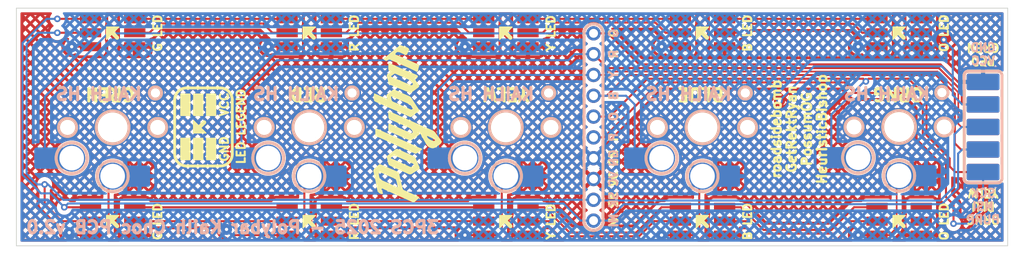
<source format=kicad_pcb>
(kicad_pcb (version 20241229) (generator "pcbnew") (generator_version "9.0")
  (layers (0 "F.Cu" signal) (2 "B.Cu" signal) (13 "F.Paste" user) (15 "B.Paste" user) (5 "F.SilkS" user "F.Silkscreen") (7 "B.SilkS" user "B.Silkscreen") (1 "F.Mask" user) (3 "B.Mask" user) (25 "Edge.Cuts" user))
  (net 0 "")
  (net 1 "GND")
  (net 2 "Green")
  (net 3 "Red")
  (net 4 "Yellow")
  (net 5 "Blue")
  (net 6 "Orange")
  (net 7 "led_mosi")
  (net 8 "led_sck")
  (net 9 "VCC")
  (net 10 "Net-(D1-CO)")
  (net 11 "Net-(D1-DO)")
  (net 12 "Net-(D2-CO)")
  (net 13 "Net-(D2-DO)")
  (net 14 "Net-(D3-CO)")
  (net 15 "Net-(D3-DO)")
  (net 16 "Net-(D4-CO)")
  (net 17 "Net-(D4-DO)")
  (net 18 "Purple")
  (footprint "Controller_Inputs:Kailh_Hotswap_PG1350" (layer "F.Cu") (at 121.75 90.05)
    (property "Reference" "REF**" (hide yes))
    (property "Value" "Kailh_socket_PG1350")
  )
  (footprint "Controller_Inputs:LED_RGB_5050_DOTSTAR" (layer "F.Cu") (at 169.75 101.5)
    (property "Reference" "D5" (hide yes))
    (property "Value" "orange_fret_led")
  )
  (footprint "Controller_Inputs:LED_RGB_5050_DOTSTAR" (layer "F.Cu") (at 97.75 101.5)
    (property "Reference" "D2" (hide yes))
    (property "Value" "red_fret_led")
  )
  (footprint "Controller_Inputs:LED_RGB_5050_DOTSTAR" (layer "F.Cu") (at 121.75 101.5)
    (property "Reference" "D3" (hide yes))
    (property "Value" "yellow_fret_led")
  )
  (footprint "Controller_Inputs:LED_RGB_5050_DOTSTAR" (layer "F.Cu") (at 145.75 101.5)
    (property "Reference" "D4" (hide yes))
    (property "Value" "blue_fret_led")
  )
  (footprint "" (layer "F.Cu") (at 131.45 88.73)
    (property "Reference" "")
    (property "Value" "")
  )
  (footprint "Controller_Inputs:LED_RGB_5050_DOTSTAR" (layer "F.Cu") (at 97.75 78.5)
    (property "Reference" "D2" (hide yes))
    (property "Value" "red_fret_led")
  )
  (footprint "Controller_Inputs:LED_RGB_5050_DOTSTAR" (layer "F.Cu") (at 73.75 101.5)
    (property "Reference" "D1" (hide yes))
    (property "Value" "green_fret_led")
  )
  (footprint "Controller_Inputs:LED_RGB_5050_DOTSTAR" (layer "F.Cu") (at 145.75 78.5)
    (property "Reference" "D4" (hide yes))
    (property "Value" "blue_fret_led")
  )
  (footprint "Controller_Inputs:LED_RGB_5050_DOTSTAR" (layer "F.Cu") (at 169.75 78.5)
    (property "Reference" "D5" (hide yes))
    (property "Value" "orange_fret_led")
  )
  (footprint "Controller_Inputs:LED_RGB_5050_DOTSTAR" (layer "F.Cu") (at 73.75 78.5)
    (property "Reference" "D1" (hide yes))
    (property "Value" "green_fret_led")
  )
  (footprint "Controller_Inputs:Kailh_Hotswap_PG1350" (layer "F.Cu") (at 97.75 90.05)
    (property "Reference" "REF**" (hide yes))
    (property "Value" "Kailh_socket_PG1350")
  )
  (footprint "" (layer "F.Cu") (at 131.45 93.81)
    (property "Reference" "")
    (property "Value" "")
  )
  (footprint "" (layer "F.Cu") (at 131.45 96.35)
    (property "Reference" "")
    (property "Value" "")
  )
  (footprint "" (layer "F.Cu") (at 130.45 98.89)
    (property "Reference" "")
    (property "Value" "")
  )
  (footprint "Controller_Inputs:Kailh_Hotswap_PG1350" (layer "F.Cu") (at 145.75 90.05)
    (property "Reference" "REF**" (hide yes))
    (property "Value" "Kailh_socket_PG1350")
  )
  (footprint "" (layer "F.Cu") (at 131.45 81.11)
    (property "Reference" "")
    (property "Value" "")
  )
  (footprint "" (layer "F.Cu") (at 180 93.25)
    (property "Reference" "" (hide yes))
    (property "Value" "")
  )
  (footprint "Controller_Inputs:LED_RGB_5050_DOTSTAR" (layer "F.Cu") (at 121.75 78.5)
    (property "Reference" "D3" (hide yes))
    (property "Value" "yellow_fret_led")
  )
  (footprint "" (layer "F.Cu") (at 131.45 78.57)
    (property "Reference" "")
    (property "Value" "")
  )
  (footprint "" (layer "F.Cu") (at 131.45 91.27)
    (property "Reference" "")
    (property "Value" "")
  )
  (footprint "Controller_Inputs:Kailh_Hotswap_PG1350" (layer "F.Cu") (at 169.75 90)
    (property "Reference" "REF**" (hide yes))
    (property "Value" "Kailh_socket_PG1350")
  )
  (footprint "" (layer "F.Cu") (at 180 85.6625)
    (property "Reference" "" (hide yes))
    (property "Value" "")
  )
  (footprint "Controller_Inputs:Kailh_Hotswap_PG1350" (layer "F.Cu") (at 73.75 90.05)
    (property "Reference" "REF**" (hide yes))
    (property "Value" "Kailh_socket_PG1350")
  )
  (footprint "" (layer "F.Cu") (at 131.45 83.65)
    (property "Reference" "")
    (property "Value" "")
  )
  (footprint "" (layer "F.Cu") (at 131.45 101.43)
    (property "Reference" "")
    (property "Value" "")
  )
  (footprint "" (layer "F.Cu") (at 131.45 86.19)
    (property "Reference" "")
    (property "Value" "")
  )
  (footprint "" (layer "F.Cu") (at 180 90.125)
    (property "Reference" "" (hide yes))
    (property "Value" "")
  )
  (footprint "" (layer "F.Cu") (at 180 96.3375)
    (property "Reference" "" (hide yes))
    (property "Value" "")
  )
  (footprint "" (layer "F.Cu") (at 180 79.9125)
    (property "Reference" "" (hide yes))
    (property "Value" "")
  )
  (footprint "" (layer "B.Cu") (at 180 93 180)
    (property "Reference" "" (hide yes))
    (property "Value" "")
  )
  (footprint "" (layer "B.Cu") (at 180 88.5625 180)
    (property "Reference" "" (hide yes))
    (property "Value" "")
  )
  (footprint "" (layer "B.Cu") (at 180 86.75 180)
    (property "Reference" "" (hide yes))
    (property "Value" "")
  )
  (footprint "" (layer "B.Cu") (at 180 96.075 180)
    (property "Reference" "" (hide yes))
    (property "Value" "")
  )
  (footprint "" (layer "B.Cu") (at 180 83.6625 180)
    (property "Reference" "" (hide yes))
    (property "Value" "")
  )
  (gr_line (start 145 100.8) (end 146.5 100.8) (stroke (width 0.12)) (layer "F.SilkS"))
  (gr_poly (pts (xy 169 102.3) (xy 169 100.8) (xy 170.5 100.8)) (stroke (width 0.12)) (fill yes) (layer "F.SilkS"))
  (gr_line (start 169 77.8) (end 170.5 77.8) (stroke (width 0.12)) (layer "F.SilkS"))
  (gr_poly (pts (xy 97 79.3) (xy 97 77.8) (xy 98.5 77.8)) (stroke (width 0.12)) (fill yes) (layer "F.SilkS"))
  (gr_poly (pts (xy 85.125 90.7373) (xy 83.625 90.7373) (xy 83.625 89.2373)) (stroke (width 0.12)) (fill yes) (layer "F.SilkS"))
  (gr_line (start 169 100.8) (end 170.5 100.8) (stroke (width 0.12)) (layer "F.SilkS"))
  (gr_line (start 121.625 78.425) (end 122.3 79.1) (stroke (width 0.5)) (layer "F.SilkS"))
  (gr_line (start 121 77.8) (end 122.5 77.8) (stroke (width 0.12)) (layer "F.SilkS"))
  (gr_arc (start 131.3 78.56) (mid 132.45 77.41) (end 133.6 78.56) (stroke (width 0.35)) (layer "F.SilkS"))
  (gr_line (start 82.775 85.2373) (end 86.899695 85.2373) (stroke (width 0.35)) (layer "F.SilkS"))
  (gr_line (start 73 102.3) (end 73 100.8) (stroke (width 0.12)) (layer "F.SilkS"))
  (gr_line (start 83.625 89.2373) (end 85.125 90.7373) (stroke (width 0.12)) (layer "F.SilkS"))
  (gr_arc (start 177.7 83.7) (mid 177.846447 83.346447) (end 178.2 83.2) (stroke (width 0.35)) (layer "F.SilkS"))
  (gr_poly (pts (xy 105.618318 86.257426) (xy 105.62108 86.206047) (xy 105.625575 86.154237) (xy 105.632018 86.101968) (xy 105.640623 86.04921) (xy 105.651606 85.995936) (xy 105.665182 85.942114) (xy 105.681565 85.887718) (xy 107.271049 86.586216) (xy 107.246586 86.495215) (xy 107.224168 86.413329) (xy 107.213902 86.3747) (xy 107.204356 86.337024) (xy 107.1956 86.299859) (xy 107.187706 86.262765) (xy 107.183481 86.240843) (xy 107.179954 86.218364) (xy 107.178554 86.206973) (xy 107.17745 86.195512) (xy 107.176684 86.184005) (xy 107.176296 86.172475) (xy 107.176326 86.160944) (xy 107.176815 86.149437) (xy 107.177804 86.137977) (xy 107.179334 86.126586) (xy 107.181446 86.115288) (xy 107.184179 86.104107) (xy 107.187575 86.093065) (xy 107.191675 86.082186) (xy 107.193604 86.077395) (xy 107.195667 86.072697) (xy 107.197858 86.068093) (xy 107.20017 86.063581) (xy 107.2026 86.059163) (xy 107.205139 86.054838) (xy 107.207783 86.050605) (xy 107.210526 86.046466) (xy 107.213363 86.04242) (xy 107.216286 86.038467) (xy 107.21929 86.034606) (xy 107.222371 86.030839) (xy 107.225521 86.027165) (xy 107.228735 86.023584) (xy 107.232007 86.020096) (xy 107.235331 86.016701) (xy 107.245098 86.007868) (xy 107.25505 85.999244) (xy 107.265189 85.990853) (xy 107.275514 85.982718) (xy 107.286025 85.974862) (xy 107.296722 85.967308) (xy 107.307605 85.96008) (xy 107.318674 85.953201) (xy 107.90208 85.502748) (xy 107.917905 85.489652) (xy 107.925979 85.48335) (xy 107.934172 85.477231) (xy 107.942492 85.471309) (xy 107.95095 85.4656) (xy 107.959552 85.460117) (xy 107.968309 85.454875) (xy 107.977229 85.44989) (xy 107.98632 85.445174) (xy 107.995591 85.440744) (xy 108.005051 85.436613) (xy 108.014709 85.432796) (xy 108.024573 85.429307) (xy 108.034652 85.426162) (xy 108.044955 85.423374) (xy 108.052036 85.421691) (xy 108.059136 85.420356) (xy 108.066253 85.419356) (xy 108.073384 85.418676) (xy 108.080525 85.418305) (xy 108.087672 85.418228) (xy 108.101975 85.418909) (xy 108.116267 85.420612) (xy 108.13052 85.423234) (xy 108.14471 85.42667) (xy 108.158809 85.430815) (xy 108.172792 85.435565) (xy 108.186632 85.440814) (xy 108.200304 85.446459) (xy 108.213781 85.452395) (xy 108.240047 85.46472) (xy 108.265218 85.476952) (xy 108.386266 85.536234) (xy 108.446603 85.56541) (xy 108.507313 85.594029) (xy 108.633847 85.652878) (xy 108.760568 85.710612) (xy 109.015313 85.824217) (xy 109.517856 86.042746) (xy 109.768755 86.152104) (xy 110.017422 86.262765) (xy 110.030699 86.269522) (xy 110.043735 86.277102) (xy 110.05652 86.285443) (xy 110.069047 86.294484) (xy 110.081307 86.304166) (xy 110.09329 86.314425) (xy 110.104988 86.325202) (xy 110.116393 86.336436) (xy 110.127496 86.348064) (xy 110.138287 86.360027) (xy 110.148759 86.372263) (xy 110.158902 86.384712) (xy 110.168709 86.397311) (xy 110.178169 86.410001) (xy 110.187275 86.422719) (xy 110.196017 86.435406) (xy 110.429894 86.786112) (xy 110.662097 87.138121) (xy 111.126689 87.842327) (xy 111.133153 87.852123) (xy 111.139149 87.861794) (xy 111.144673 87.871343) (xy 111.149722 87.880771) (xy 111.154294 87.890081) (xy 111.158383 87.899276) (xy 111.161988 87.908358) (xy 111.165105 87.91733) (xy 111.167731 87.926195) (xy 111.169862 87.934955) (xy 111.171495 87.943612) (xy 111.172628 87.952169) (xy 111.173256 87.960629) (xy 111.173376 87.968994) (xy 111.172986 87.977267) (xy 111.172081 87.98545) (xy 111.170659 87.993546) (xy 111.168716 88.001557) (xy 111.16625 88.009486) (xy 111.163256 88.017336) (xy 111.159732 88.025108) (xy 111.155674 88.032806) (xy 111.151079 88.040432) (xy 111.145943 88.047989) (xy 111.140264 88.055479) (xy 111.134038 88.062904) (xy 111.127263 88.070268) (xy 111.119933 88.077573) (xy 111.112047 88.08482) (xy 111.103601 88.092014) (xy 111.094592 88.099156) (xy 111.085017 88.106249) (xy 110.911911 88.232598) (xy 110.74048 88.360993) (xy 110.400408 88.620202) (xy 110.317375 88.684136) (xy 110.294334 88.700803) (xy 110.270579 88.716964) (xy 110.246207 88.732229) (xy 110.221318 88.74621) (xy 110.220053 88.746825) (xy 110.220053 87.868532) (xy 110.230127 87.868005) (xy 110.240055 87.866882) (xy 110.249843 87.865146) (xy 110.259498 87.862783) (xy 110.269025 87.859777) (xy 110.278431 87.85611) (xy 110.287721 87.851767) (xy 110.296902 87.846733) (xy 110.305981 87.840991) (xy 110.314963 87.834525) (xy 110.323855 87.827319) (xy 110.332662 87.819358) (xy 110.341391 87.810624) (xy 110.350048 87.801103) (xy 110.358639 87.790779) (xy 110.367171 87.779634) (xy 110.375649 87.767654) (xy 110.384081 87.754822) (xy 110.392471 87.741123) (xy 110.393409 87.73762) (xy 110.392933 87.732755) (xy 110.391126 87.726616) (xy 110.388075 87.719294) (xy 110.378579 87.701462) (xy 110.365123 87.679979) (xy 110.348389 87.655565) (xy 110.329055 87.628943) (xy 110.285314 87.571954) (xy 110.23934 87.514779) (xy 110.196575 87.463186) (xy 110.142439 87.39981) (xy 110.123252 87.378489) (xy 110.103639 87.3577) (xy 110.083589 87.337464) (xy 110.063095 87.3178) (xy 110.042147 87.298729) (xy 110.020737 87.280272) (xy 109.998856 87.262448) (xy 109.976495 87.245278) (xy 109.953646 87.228782) (xy 109.9303 87.212981) (xy 109.906448 87.197895) (xy 109.882082 87.183545) (xy 109.857193 87.16995) (xy 109.831771 87.157132) (xy 109.805809 87.14511) (xy 109.779298 87.133905) (xy 109.622145 87.068618) (xy 109.466015 87.001169) (xy 109.155709 86.862293) (xy 108.846146 86.722301) (xy 108.690947 86.653456) (xy 108.535096 86.586216) (xy 108.501253 86.572252) (xy 108.466759 86.55859) (xy 108.39619 86.531895) (xy 108.25133 86.479061) (xy 108.138872 86.436986) (xy 108.083445 86.415193) (xy 108.028832 86.392492) (xy 107.975243 86.368583) (xy 107.922886 86.343162) (xy 107.897235 86.32979) (xy 107.871971 86.315927) (xy 107.847119 86.301535) (xy 107.822707 86.286576) (xy 107.81649 86.281905) (xy 107.809808 86.277118) (xy 107.806322 86.274819) (xy 107.802754 86.272657) (xy 107.799117 86.270687) (xy 107.795421 86.268964) (xy 107.791679 86.267543) (xy 107.789794 86.266963) (xy 107.787902 86.266479) (xy 107.786004 86.266099) (xy 107.784102 86.265829) (xy 107.782197 86.265675) (xy 107.78029 86.265646) (xy 107.778383 86.265747) (xy 107.776478 86.265987) (xy 107.774576 86.26637) (xy 107.772678 86.266906) (xy 107.770786 86.267599) (xy 107.768901 86.268458) (xy 107.767025 86.269489) (xy 107.765159 86.2707) (xy 107.763716 86.271839) (xy 107.762361 86.273022) (xy 107.761087 86.274245) (xy 107.759888 86.275506) (xy 107.75876 86.276802) (xy 107.757695 86.27813) (xy 107.756688 86.279487) (xy 107.755734 86.280871) (xy 107.754826 86.282277) (xy 107.753958 86.283704) (xy 107.753126 86.285148) (xy 107.752323 86.286607) (xy 107.75078 86.289557) (xy 107.749284 86.292529) (xy 107.74648 86.299069) (xy 107.744011 86.305663) (xy 107.741864 86.312308) (xy 107.740025 86.319001) (xy 107.73722 86.332512) (xy 107.735487 86.346169) (xy 107.734719 86.359943) (xy 107.734808 86.373803) (xy 107.735648 86.387722) (xy 107.73713 86.40167) (xy 107.739146 86.415617) (xy 107.74159 86.429536) (xy 107.74733 86.45717) (xy 107.759205 86.51081) (xy 107.764693 86.540568) (xy 107.77074 86.570279) (xy 107.777344 86.599897) (xy 107.784506 86.629376) (xy 107.792227 86.658669) (xy 107.800505 86.687729) (xy 107.809342 86.716511) (xy 107.818737 86.744966) (xy 107.820718 86.75014) (xy 107.822932 86.755249) (xy 107.825368 86.760294) (xy 107.828016 86.765279) (xy 107.833902 86.775082) (xy 107.840503 86.784684) (xy 107.847733 86.794113) (xy 107.855502 86.803393) (xy 107.863726 86.81255) (xy 107.872315 86.821612) (xy 107.890244 86.839553) (xy 107.908592 86.857424) (xy 107.926661 86.875434) (xy 107.935372 86.884557) (xy 107.943753 86.893793) (xy 108.729565 87.223202) (xy 110.072986 87.828435) (xy 110.09783 87.839576) (xy 110.121793 87.849101) (xy 110.144925 87.856881) (xy 110.156194 87.860078) (xy 110.167275 87.86279) (xy 110.178172 87.865002) (xy 110.188892 87.866699) (xy 110.199442 87.867863) (xy 110.209826 87.86848) (xy 110.220053 87.868532) (xy 110.220053 88.746825) (xy 110.196011 88.758516) (xy 110.170383 88.768759) (xy 110.157481 88.772984) (xy 110.144535 88.776548) (xy 110.131559 88.779401) (xy 110.118565 88.781494) (xy 110.105565 88.78278) (xy 110.092571 88.783208) (xy 110.079597 88.782731) (xy 110.066653 88.781301) (xy 110.053753 88.778867) (xy 110.04091 88.775381) (xy 110.028134 88.770796) (xy 110.015439 88.765061) (xy 109.958884 88.737155) (xy 109.90233 88.709994) (xy 109.845775 88.683577) (xy 109.789221 88.657904) (xy 107.612362 87.705406) (xy 106.699797 87.305801) (xy 106.243608 87.105162) (xy 105.788721 86.901733) (xy 105.775603 86.895384) (xy 105.762378 86.887594) (xy 105.74917 86.878501) (xy 105.736104 86.868246) (xy 105.723306 86.856968) (xy 105.7109 86.844806) (xy 105.699012 86.8319) (xy 105.687766 86.818389) (xy 105.677287 86.804413) (xy 105.667701 86.790112) (xy 105.659133 86.775625) (xy 105.651706 86.761091) (xy 105.645547 86.74665) (xy 105.64078 86.732442) (xy 105.638958 86.725468) (xy 105.637531 86.718605) (xy 105.636514 86.71187) (xy 105.635924 86.705281) (xy 105.622964 86.508889) (xy 105.618274 86.409275) (xy 105.617073 86.308405)) (stroke (width -0.000001)) (fill yes) (layer "F.SilkS"))
  (gr_arc (start 181.8 83.2) (mid 182.153553 83.346447) (end 182.3 83.7) (stroke (width 0.35)) (layer "F.SilkS"))
  (gr_rect (start 82.075 91.3873) (end 83.175 93.9873) (stroke (width 0.15)) (fill yes) (layer "F.SilkS"))
  (gr_line (start 84.25 90.1123) (end 84.925 89.4373) (stroke (width 0.5)) (layer "F.SilkS"))
  (gr_line (start 182.3 96.3) (end 182.3 83.7) (stroke (width 0.35)) (layer "F.SilkS"))
  (gr_line (start 145 102.3) (end 145 100.8) (stroke (width 0.12)) (layer "F.SilkS"))
  (gr_line (start 73 79.3) (end 73 77.8) (stroke (width 0.12)) (layer "F.SilkS"))
  (gr_poly (pts (xy 107.115774 81.423368) (xy 107.277005 81.283284) (xy 107.439723 81.14506) (xy 107.685103 80.94129) (xy 107.932344 80.739752) (xy 108.427942 80.337419) (xy 108.496248 80.282538) (xy 108.53011 80.255029) (xy 108.563623 80.227286) (xy 108.596672 80.199172) (xy 108.629139 80.170546) (xy 108.660908 80.141269) (xy 108.691864 80.111201) (xy 108.703811 80.099789) (xy 108.715838 80.089349) (xy 108.727944 80.079849) (xy 108.740129 80.071261) (xy 108.75239 80.063556) (xy 108.764727 80.056703) (xy 108.777139 80.050673) (xy 108.789625 80.045438) (xy 108.802184 80.040966) (xy 108.814814 80.03723) (xy 108.827515 80.0342) (xy 108.840285 80.031845) (xy 108.853123 80.030138) (xy 108.866029 80.029048) (xy 108.892038 80.028601) (xy 108.918302 80.030271) (xy 108.944813 80.033822) (xy 108.971563 80.039018) (xy 108.998543 80.045623) (xy 109.025743 80.053403) (xy 109.053156 80.062122) (xy 109.108582 80.081435) (xy 109.179438 80.105336) (xy 109.250527 80.128285) (xy 109.392844 80.17346) (xy 109.463793 80.196758) (xy 109.534417 80.221241) (xy 109.604575 80.247445) (xy 109.674129 80.275904) (xy 109.702049 80.288092) (xy 109.730432 80.3016) (xy 109.758809 80.316445) (xy 109.786711 80.332645) (xy 109.813672 80.350217) (xy 109.839224 80.369178) (xy 109.851324 80.379185) (xy 109.862897 80.389546) (xy 109.873884 80.400263) (xy 109.884225 80.411338) (xy 109.893863 80.422774) (xy 109.902739 80.434572) (xy 109.910794 80.446735) (xy 109.917971 80.459265) (xy 109.92421 80.472164) (xy 109.929453 80.485435) (xy 109.933642 80.499079) (xy 109.936718 80.513099) (xy 109.938622 80.527497) (xy 109.939297 80.542275) (xy 109.938683 80.557435) (xy 109.936722 80.572979) (xy 109.933356 80.58891) (xy 109.928525 80.60523) (xy 109.922173 80.621941) (xy 109.914239 80.639045) (xy 109.887811 80.69379) (xy 109.863173 80.749209) (xy 109.816757 80.861048) (xy 109.793723 80.916955) (xy 109.769969 80.972513) (xy 109.744865 81.027467) (xy 109.731612 81.054638) (xy 109.717786 81.081561) (xy 109.705857 81.102475) (xy 109.69314 81.121996) (xy 109.679639 81.140035) (xy 109.665355 81.156502) (xy 109.650293 81.171306) (xy 109.64247 81.178056) (xy 109.634454 81.184357) (xy 109.626244 81.190197) (xy 109.617842 81.195565) (xy 109.609247 81.20045) (xy 109.60046 81.20484) (xy 109.591481 81.208725) (xy 109.58231 81.212092) (xy 109.572949 81.214931) (xy 109.563396 81.217231) (xy 109.553653 81.21898) (xy 109.543721 81.220166) (xy 109.533598 81.220779) (xy 109.523286 81.220808) (xy 109.512786 81.220241) (xy 109.502096 81.219066) (xy 109.491219 81.217273) (xy 109.480153 81.214851) (xy 109.468901 81.211787) (xy 109.457461 81.208072) (xy 109.445834 81.203692) (xy 109.434021 81.198638) (xy 109.405999 81.184821) (xy 109.378396 81.17033) (xy 109.323887 81.140347) (xy 109.296703 81.125367) (xy 109.269379 81.110737) (xy 109.241776 81.09671) (xy 109.213755 81.083545) (xy 108.992496 80.984077) (xy 108.771238 80.883122) (xy 108.754068 80.875569) (xy 108.736803 80.868903) (xy 108.719465 80.863116) (xy 108.702075 80.858201) (xy 108.684655 80.854149) (xy 108.667225 80.850953) (xy 108.649808 80.848603) (xy 108.632425 80.847094) (xy 108.615096 80.846415) (xy 108.597845 80.84656) (xy 108.580691 80.84752) (xy 108.563657 80.849287) (xy 108.546764 80.851854) (xy 108.530034 80.855212) (xy 108.513487 80.859354) (xy 108.497146 80.864271) (xy 108.481031 80.869955) (xy 108.465165 80.876399) (xy 108.449568 80.883594) (xy 108.434262 80.891533) (xy 108.419269 80.900207) (xy 108.404609 80.909608) (xy 108.390305 80.919729) (xy 108.376378 80.930562) (xy 108.362849 80.942097) (xy 108.34974 80.954329) (xy 108.337071 80.967247) (xy 108.324866 80.980845) (xy 108.313144 80.995115) (xy 108.301928 81.010048) (xy 108.291238 81.025637) (xy 108.281097 81.041873) (xy 108.275981 81.051024) (xy 108.271775 81.059878) (xy 108.268445 81.068441) (xy 108.265958 81.076716) (xy 108.264283 81.084709) (xy 108.263386 81.092425) (xy 108.263234 81.099869) (xy 108.263796 81.107047) (xy 108.265037 81.113963) (xy 108.266926 81.120623) (xy 108.26943 81.127031) (xy 108.272516 81.133193) (xy 108.276151 81.139113) (xy 108.280303 81.144798) (xy 108.284939 81.150251) (xy 108.290027 81.155478) (xy 108.295532 81.160485) (xy 108.301424 81.165275) (xy 108.314235 81.174229) (xy 108.328196 81.182381) (xy 108.343047 81.189771) (xy 108.358525 81.19644) (xy 108.37437 81.202429) (xy 108.39032 81.207779) (xy 108.406112 81.21253) (xy 108.462969 81.229626) (xy 108.519035 81.248094) (xy 108.57445 81.267817) (xy 108.629354 81.28868) (xy 108.683886 81.310567) (xy 108.738185 81.33336) (xy 108.792392 81.356944) (xy 108.846646 81.381203) (xy 111.011599 82.343624) (xy 111.024761 82.349441) (xy 111.038113 82.355747) (xy 111.051516 82.362565) (xy 111.064836 82.369917) (xy 111.077935 82.377827) (xy 111.090676 82.386319) (xy 111.102923 82.395415) (xy 111.114539 82.40514) (xy 111.125388 82.415515) (xy 111.130481 82.420954) (xy 111.135332 82.426565) (xy 111.139923 82.43235) (xy 111.144236 82.438312) (xy 111.148255 82.444455) (xy 111.151963 82.45078) (xy 111.155342 82.457292) (xy 111.158376 82.463993) (xy 111.161047 82.470885) (xy 111.163338 82.477972) (xy 111.165232 82.485257) (xy 111.166713 82.492743) (xy 111.167763 82.500432) (xy 111.168364 82.508327) (xy 111.168295 82.513908) (xy 111.168093 82.519486) (xy 111.167763 82.525058) (xy 111.16731 82.530621) (xy 111.166062 82.541709) (xy 111.164396 82.552728) (xy 111.162357 82.563654) (xy 111.159993 82.574463) (xy 111.15735 82.585133) (xy 111.154474 82.59564) (xy 111.090974 82.824091) (xy 111.060712 82.938595) (xy 111.046605 82.996162) (xy 111.033427 83.05403) (xy 111.026288 83.087226) (xy 111.022204 83.104848) (xy 111.017615 83.12277) (xy 111.012397 83.140703) (xy 111.006429 83.158361) (xy 111.003126 83.166996) (xy 110.99959 83.175454) (xy 110.995805 83.183699) (xy 110.991756 83.191696) (xy 110.987428 83.199407) (xy 110.982806 83.206798) (xy 110.977874 83.213832) (xy 110.972617 83.220473) (xy 110.967021 83.226685) (xy 110.961069 83.232433) (xy 110.954746 83.23768) (xy 110.948037 83.24239) (xy 110.940928 83.246528) (xy 110.933402 83.250057) (xy 110.925444 83.252942) (xy 110.917039 83.255145) (xy 110.908172 83.256633) (xy 110.898828 83.257368) (xy 110.888991 83.257314) (xy 110.878646 83.256436) (xy 110.870506 83.25516) (xy 110.862453 83.253579) (xy 110.854481 83.251713) (xy 110.846585 83.249583) (xy 110.838759 83.247208) (xy 110.830997 83.24461) (xy 110.823293 83.241808) (xy 110.815641 83.238824) (xy 110.800472 83.232386) (xy 110.785442 83.22546) (xy 110.770505 83.218209) (xy 110.755615 83.210794) (xy 110.62908 83.147481) (xy 110.502359 83.085284) (xy 110.247616 82.962748) (xy 109.985724 82.840705) (xy 109.722624 82.721243) (xy 109.193912 82.487738) (xy 108.134255 82.026123) (xy 108.046261 81.989319) (xy 107.958638 81.951957) (xy 107.915315 81.932427) (xy 107.872504 81.91199) (xy 107.830344 81.89039) (xy 107.788974 81.867372) (xy 107.754969 81.848172) (xy 107.721385 81.830882) (xy 107.688179 81.815691) (xy 107.655307 81.802787) (xy 107.622726 81.79236) (xy 107.590393 81.784598) (xy 107.574305 81.781776) (xy 107.558262 81.779691) (xy 107.54226 81.778367) (xy 107.526292 81.777827) (xy 107.510353 81.778095) (xy 107.494438 81.779196) (xy 107.478541 81.781151) (xy 107.462656 81.783985) (xy 107.446779 81.787722) (xy 107.430904 81.792386) (xy 107.415025 81.797999) (xy 107.399137 81.804585) (xy 107.383234 81.812168) (xy 107.367312 81.820772) (xy 107.351364 81.830421) (xy 107.335385 81.841137) (xy 107.31937 81.852945) (xy 107.303313 81.865867) (xy 107.287209 81.879929) (xy 107.271052 81.895153) (xy 107.261942 81.903167) (xy 107.252121 81.910105) (xy 107.241624 81.915986) (xy 107.230484 81.920826) (xy 107.218736 81.924642) (xy 107.206412 81.927453) (xy 107.193546 81.929276) (xy 107.180173 81.930127) (xy 107.166327 81.930026) (xy 107.15204 81.928988) (xy 107.137347 81.927032) (xy 107.122282 81.924174) (xy 107.091169 81.915826) (xy 107.058972 81.904083) (xy 107.025961 81.889084) (xy 106.992406 81.870968) (xy 106.958578 81.849877) (xy 106.924747 81.825948) (xy 106.891184 81.799322) (xy 106.858158 81.770138) (xy 106.825941 81.738535) (xy 106.794801 81.704653)) (stroke (width -0.000001)) (fill yes) (layer "F.SilkS"))
  (gr_line (start 169 102.3) (end 169 100.8) (stroke (width 0.12)) (layer "F.SilkS"))
  (gr_line (start 121.625 101.425) (end 122.3 102.1) (stroke (width 0.5)) (layer "F.SilkS"))
  (gr_poly (pts (xy 145 102.3) (xy 145 100.8) (xy 146.5 100.8)) (stroke (width 0.12)) (fill yes) (layer "F.SilkS"))
  (gr_line (start 177.7 83.7) (end 177.699998 96.3) (stroke (width 0.35)) (layer "F.SilkS"))
  (gr_line (start 73 100.8) (end 74.5 100.8) (stroke (width 0.12)) (layer "F.SilkS"))
  (gr_poly (pts (xy 145 79.3) (xy 145 77.8) (xy 146.5 77.8)) (stroke (width 0.12)) (fill yes) (layer "F.SilkS"))
  (gr_arc (start 86.899695 85.2373) (mid 87.925003 85.661993) (end 88.349695 86.6873) (stroke (width 0.35)) (layer "F.SilkS"))
  (gr_line (start 170.5 77.8) (end 169 79.3) (stroke (width 0.12)) (layer "F.SilkS"))
  (gr_poly (pts (xy 169 79.3) (xy 169 77.8) (xy 170.5 77.8)) (stroke (width 0.12)) (fill yes) (layer "F.SilkS"))
  (gr_poly (pts (xy 97 102.3) (xy 97 100.8) (xy 98.5 100.8)) (stroke (width 0.12)) (fill yes) (layer "F.SilkS"))
  (gr_line (start 145 77.8) (end 146.5 77.8) (stroke (width 0.12)) (layer "F.SilkS"))
  (gr_line (start 82.775 94.7627) (end 86.899695 94.761995) (stroke (width 0.35)) (layer "F.SilkS"))
  (gr_line (start 74.5 100.8) (end 73 102.3) (stroke (width 0.12)) (layer "F.SilkS"))
  (gr_arc (start 133.6 101.46) (mid 132.45 102.61) (end 131.3 101.46) (stroke (width 0.35)) (layer "F.SilkS"))
  (gr_rect (start 85.225 91.3873) (end 86.325 93.9873) (stroke (width 0.15)) (fill yes) (layer "F.SilkS"))
  (gr_line (start 73 77.8) (end 74.5 77.8) (stroke (width 0.12)) (layer "F.SilkS"))
  (gr_line (start 145 79.3) (end 145 77.8) (stroke (width 0.12)) (layer "F.SilkS"))
  (gr_line (start 121 102.3) (end 121 100.8) (stroke (width 0.12)) (layer "F.SilkS"))
  (gr_line (start 146.5 100.8) (end 145 102.3) (stroke (width 0.12)) (layer "F.SilkS"))
  (gr_line (start 122.5 100.8) (end 121 102.3) (stroke (width 0.12)) (layer "F.SilkS"))
  (gr_poly (pts (xy 107.391599 90.054904) (xy 107.395335 89.95453) (xy 107.401025 89.853924) (xy 107.407086 89.753597) (xy 107.411938 89.65406) (xy 107.412327 89.652313) (xy 107.413466 89.650431) (xy 107.415315 89.648431) (xy 107.417833 89.646328) (xy 107.424718 89.641882) (xy 107.433798 89.637224) (xy 107.444749 89.632485) (xy 107.45725 89.627795) (xy 107.470977 89.623285) (xy 107.485608 89.619086) (xy 107.500821 89.615329) (xy 107.516293 89.612145) (xy 107.5317 89.609664) (xy 107.546721 89.608017) (xy 107.561033 89.607335) (xy 107.574313 89.60775) (xy 107.580465 89.608409) (xy 107.586238 89.60939) (xy 107.591592 89.610712) (xy 107.596486 89.612389) (xy 107.876747 89.7308) (xy 108.155335 89.852746) (xy 108.70972 90.100545) (xy 109.42087 90.418789) (xy 109.77598 90.57912) (xy 110.130531 90.741497) (xy 110.144022 90.747334) (xy 110.156975 90.75222) (xy 110.16941 90.756189) (xy 110.181346 90.759279) (xy 110.192804 90.761527) (xy 110.203805 90.762967) (xy 110.214367 90.763638) (xy 110.22451 90.763574) (xy 110.234256 90.762813) (xy 110.243623 90.76139) (xy 110.252632 90.759342) (xy 110.261303 90.756706) (xy 110.269655 90.753518) (xy 110.277709 90.749813) (xy 110.285485 90.745629) (xy 110.293002 90.741002) (xy 110.300281 90.735968) (xy 110.307342 90.730563) (xy 110.320888 90.718786) (xy 110.333801 90.705963) (xy 110.346239 90.692385) (xy 110.394453 90.636326) (xy 110.383159 90.598464) (xy 110.370517 90.562232) (xy 110.356574 90.527574) (xy 110.341375 90.494432) (xy 110.324969 90.462751) (xy 110.307402 90.432474) (xy 110.288721 90.403545) (xy 110.268973 90.375908) (xy 110.248204 90.349506) (xy 110.226462 90.324284) (xy 110.203794 90.300184) (xy 110.180246 90.27715) (xy 110.130698 90.234058) (xy 110.078194 90.194555) (xy 110.023109 90.158191) (xy 109.965818 90.124516) (xy 109.906695 90.09308) (xy 109.846116 90.063431) (xy 109.722088 90.007694) (xy 109.596736 89.953701) (xy 108.102502 89.300842) (xy 108.032223 89.270813) (xy 107.961456 89.241435) (xy 107.81948 89.182772) (xy 107.748783 89.152557) (xy 107.67862 89.121132) (xy 107.609249 89.088033) (xy 107.540923 89.052795) (xy 107.529053 89.045398) (xy 107.517305 89.036683) (xy 107.505754 89.026777) (xy 107.494477 89.015805) (xy 107.483548 89.00389) (xy 107.473044 88.991159) (xy 107.46304 88.977736) (xy 107.453611 88.963746) (xy 107.444834 88.949314) (xy 107.436783 88.934565) (xy 107.429534 88.919625) (xy 107.423163 88.904617) (xy 107.417746 88.889668) (xy 107.413358 88.874902) (xy 107.410074 88.860444) (xy 107.40797 88.846419) (xy 107.401936 88.775466) (xy 107.39839 88.704071) (xy 107.396843 88.632351) (xy 107.396809 88.560421) (xy 107.402018 88.272935) (xy 107.403141 88.241723) (xy 107.404275 88.227259) (xy 107.405797 88.213552) (xy 107.407713 88.200597) (xy 107.410028 88.188391) (xy 107.412748 88.176932) (xy 107.415878 88.166214) (xy 107.419423 88.156234) (xy 107.42339 88.146989) (xy 107.427784 88.138475) (xy 107.432609 88.130689) (xy 107.437872 88.123626) (xy 107.443578 88.117284) (xy 107.449732 88.111658) (xy 107.456341 88.106745) (xy 107.463408 88.102541) (xy 107.47094 88.099043) (xy 107.478942 88.096247) (xy 107.48742 88.094149) (xy 107.496379 88.092746) (xy 107.505825 88.092034) (xy 107.515762 88.092009) (xy 107.526197 88.092669) (xy 107.537135 88.094008) (xy 107.548581 88.096024) (xy 107.560541 88.098713) (xy 107.573021 88.102071) (xy 107.586024 88.106095) (xy 107.599559 88.110781) (xy 107.628239 88.122125) (xy 108.292755 88.413332) (xy 108.955785 88.707515) (xy 109.063282 88.756288) (xy 109.171338 88.804502) (xy 109.388379 88.9) (xy 111.52555 89.862422) (xy 111.560114 89.878444) (xy 111.595189 89.893861) (xy 111.665944 89.923441) (xy 111.735956 89.952276) (xy 111.770101 89.966764) (xy 111.803363 89.981484) (xy 111.937234 90.041255) (xy 112.072152 90.09912) (xy 112.34336 90.212663) (xy 112.478767 90.270109) (xy 112.613453 90.329183) (xy 112.746976 90.390769) (xy 112.878894 90.455749) (xy 112.909465 90.472283) (xy 112.938731 90.490538) (xy 112.966783 90.510374) (xy 112.993709 90.531651) (xy 113.0196 90.554231) (xy 113.044546 90.577974) (xy 113.068638 90.60274) (xy 113.091966 90.62839) (xy 113.114619 90.654783) (xy 113.136688 90.681782) (xy 113.179433 90.737034) (xy 113.261878 90.848656) (xy 113.69844 91.42214) (xy 113.739398 91.476346) (xy 113.781287 91.533203) (xy 113.801592 91.562582) (xy 113.820944 91.592571) (xy 113.838947 91.623153) (xy 113.855205 91.654311) (xy 113.869325 91.686028) (xy 113.880909 91.718284) (xy 113.885627 91.73461) (xy 113.889564 91.751064) (xy 113.892669 91.767645) (xy 113.894893 91.78435) (xy 113.896187 91.801177) (xy 113.896501 91.818124) (xy 113.895787 91.835189) (xy 113.893994 91.852369) (xy 113.891073 91.869663) (xy 113.886975 91.887068) (xy 113.88165 91.904582) (xy 113.875049 91.922202) (xy 113.871168 91.931412) (xy 113.866976 91.940441) (xy 113.862487 91.949296) (xy 113.857717 91.957983) (xy 113.852679 91.966507) (xy 113.847388 91.974874) (xy 113.841859 91.983089) (xy 113.836106 91.991159) (xy 113.830144 91.99909) (xy 113.823986 92.006887) (xy 113.817649 92.014556) (xy 113.811146 92.022103) (xy 113.804492 92.029534) (xy 113.797701 92.036855) (xy 113.783768 92.051187) (xy 113.76106 92.073454) (xy 113.737632 92.094909) (xy 113.713552 92.115626) (xy 113.68889 92.135678) (xy 113.663717 92.155136) (xy 113.638103 92.174075) (xy 113.585827 92.210681) (xy 113.373003 92.350827) (xy 113.324761 92.383988) (xy 113.276543 92.416312) (xy 113.228 92.447519) (xy 113.178782 92.477331) (xy 113.128541 92.505469) (xy 113.102927 92.518823) (xy 113.076927 92.531653) (xy 113.050497 92.543926) (xy 113.023593 92.555605) (xy 112.996172 92.566657) (xy 112.968189 92.577046) (xy 112.961958 92.579068) (xy 112.961958 91.70885) (xy 112.972485 91.708581) (xy 112.982992 91.707699) (xy 112.99347 91.706159) (xy 113.003909 91.70392) (xy 113.012967 91.701441) (xy 113.021534 91.698488) (xy 113.029612 91.695084) (xy 113.037198 91.691254) (xy 113.044291 91.687023) (xy 113.05089 91.682415) (xy 113.056994 91.677456) (xy 113.062603 91.672169) (xy 113.067714 91.666581) (xy 113.072327 91.660715) (xy 113.076441 91.654596) (xy 113.080055 91.648248) (xy 113.083167 91.641698) (xy 113.085777 91.634968) (xy 113.087883 91.628085) (xy 113.089485 91.621072) (xy 113.09058 91.613954) (xy 113.091169 91.606757) (xy 113.09125 91.599504) (xy 113.090822 91.592221) (xy 113.089883 91.584932) (xy 113.088434 91.577662) (xy 113.086472 91.570435) (xy 113.083997 91.563277) (xy 113.081007 91.556212) (xy 113.077501 91.549264) (xy 113.073479 91.542459) (xy 113.068939 91.535821) (xy 113.063881 91.529375) (xy 113.058302 91.523146) (xy 113.052202 91.517157) (xy 113.04558 91.511435) (xy 113.027472 91.498785) (xy 113.022771 91.495681) (xy 113.020378 91.494185) (xy 113.017953 91.492739) (xy 113.015494 91.491351) (xy 113.012996 91.49003) (xy 113.010458 91.488784) (xy 113.007876 91.487623) (xy 112.945105 91.456063) (xy 112.881869 91.42527) (xy 112.754373 91.365336) (xy 112.497893 91.247514) (xy 112.230003 91.122498) (xy 112.216935 91.116848) (xy 112.204874 91.112153) (xy 112.193791 91.108381) (xy 112.18366 91.105499) (xy 112.174452 91.103475) (xy 112.166138 91.102276) (xy 112.158692 91.101868) (xy 112.152084 91.10222) (xy 112.146288 91.103299) (xy 112.141274 91.105072) (xy 112.137016 91.107506) (xy 112.133485 91.110569) (xy 112.130653 91.114227) (xy 112.128491 91.118449) (xy 112.126973 91.123201) (xy 112.126071 91.128451) (xy 112.125755 91.134167) (xy 112.125999 91.140314) (xy 112.126773 91.146861) (xy 112.128051 91.153775) (xy 112.132005 91.168574) (xy 112.137636 91.184448) (xy 112.144721 91.201136) (xy 112.153035 91.218376) (xy 112.162354 91.235907) (xy 112.172456 91.253467) (xy 112.200131 91.295276) (xy 112.23089 91.334469) (xy 112.264469 91.371175) (xy 112.300603 91.405519) (xy 112.339027 91.437632) (xy 112.379478 91.46764) (xy 112.42169 91.495671) (xy 112.465399 91.521854) (xy 112.510341 91.546315) (xy 112.55625 91.569184) (xy 112.602863 91.590588) (xy 112.649915 91.610655) (xy 112.744278 91.647288) (xy 112.837222 91.680107) (xy 112.857488 91.687398) (xy 112.878056 91.694153) (xy 112.888432 91.697221) (xy 112.898857 91.700025) (xy 112.909323 91.70252) (xy 112.919821 91.704664) (xy 112.930342 91.706412) (xy 112.940878 91.707722) (xy 112.95142 91.708549) (xy 112.961958 91.70885) (xy 112.961958 92.579068) (xy 112.951052 92.582608) (xy 112.933873 92.587403) (xy 112.899414 92.594789) (xy 112.864857 92.599397) (xy 112.830244 92.601417) (xy 112.79562 92.601042) (xy 112.761027 92.598464) (xy 112.72651 92.593874) (xy 112.692113 92.587464) (xy 112.657878 92.579427) (xy 112.623849 92.569954) (xy 112.590071 92.559236) (xy 112.556586 92.547467) (xy 112.523439 92.534836) (xy 112.490672 92.521538) (xy 112.426455 92.493702) (xy 112.382654 92.472327) (xy 112.34189 92.449201) (xy 112.303946 92.424436) (xy 112.268604 92.398142) (xy 112.235645 92.37043) (xy 112.204852 92.341409) (xy 112.176006 92.311191) (xy 112.14889 92.279886) (xy 112.123286 92.247604) (xy 112.098975 92.214456) (xy 112.075739 92.180552) (xy 112.053361 92.146003) (xy 112.010306 92.07541) (xy 111.968065 92.003562) (xy 111.792045 91.696852) (xy 111.619559 91.387909) (xy 111.275518 90.76928) (xy 111.268965 90.758623) (xy 111.261976 90.748204) (xy 111.25458 90.737983) (xy 111.246807 90.727918) (xy 111.238684 90.71797) (xy 111.230242 90.708098) (xy 111.212514 90.688417) (xy 111.174501 90.648171) (xy 111.154681 90.626955) (xy 111.134629 90.604577) (xy 111.132051 90.610694) (xy 111.129539 90.616402) (xy 111.127116 90.621708) (xy 111.124799 90.626622) (xy 111.117017 90.642528) (xy 111.115544 90.645611) (xy 111.1143 90.648353) (xy 111.113306 90.650764) (xy 111.112909 90.651849) (xy 111.112583 90.652853) (xy 111.112329 90.653779) (xy 111.11215 90.654628) (xy 111.112049 90.6554) (xy 111.112028 90.656097) (xy 111.11209 90.65672) (xy 111.112238 90.65727) (xy 111.112473 90.657748) (xy 111.112799 90.658155) (xy 111.123125 90.671933) (xy 111.133178 90.686429) (xy 111.142823 90.70157) (xy 111.151928 90.717283) (xy 111.160359 90.733497) (xy 111.167982 90.750138) (xy 111.174663 90.767133) (xy 111.180268 90.784411) (xy 111.184664 90.801898) (xy 111.187717 90.819521) (xy 111.189294 90.837209) (xy 111.189487 90.846054) (xy 111.18926 90.854887) (xy 111.188598 90.863701) (xy 111.187482 90.872485) (xy 111.185898 90.88123) (xy 111.183827 90.889928) (xy 111.181253 90.898569) (xy 111.178159 90.907144) (xy 111.17453 90.915645) (xy 111.170347 90.924061) (xy 111.165261 90.933114) (xy 111.1597 90.941692) (xy 111.153704 90.949835) (xy 111.14731 90.957579) (xy 111.140555 90.964962) (xy 111.133478 90.972024) (xy 111.126115 90.9788) (xy 111.118506 90.985329) (xy 111.110687 90.991649) (xy 111.102697 90.997797) (xy 111.086353 91.00973) (xy 111.05327 91.033202) (xy 110.904441 91.140358) (xy 110.752388 91.250243) (xy 110.675897 91.30472) (xy 110.598848 91.358639) (xy 110.328972 91.549139) (xy 110.272913 91.590284) (xy 110.24386 91.610845) (xy 110.228997 91.620583) (xy 110.213877 91.629755) (xy 110.198479 91.638205) (xy 110.182779 91.645781) (xy 110.166753 91.652327) (xy 110.150378 91.657691) (xy 110.142052 91.659881) (xy 110.133631 91.661717) (xy 110.125111 91.663181) (xy 110.116489 91.664252) (xy 110.107762 91.664913) (xy 110.098928 91.665142) (xy 110.089983 91.664922) (xy 110.080925 91.664233) (xy 110.074262 91.663543) (xy 110.067666 91.662599) (xy 110.054663 91.659997) (xy 110.041893 91.656529) (xy 110.029332 91.652296) (xy 110.016956 91.6474) (xy 110.004744 91.641944) (xy 109.992671 91.636028) (xy 109.980714 91.629754) (xy 109.957057 91.616542) (xy 109.933585 91.60312) (xy 109.910113 91.590303) (xy 109.898319 91.584376) (xy 109.886456 91.578905) (xy 109.614596 91.46381) (xy 109.053017 91.219732) (xy 108.491687 90.975406) (xy 107.931845 90.729592) (xy 107.921431 90.724468) (xy 107.91104 90.719484) (xy 107.890421 90.709748) (xy 107.870175 90.700012) (xy 107.860249 90.695028) (xy 107.850486 90.689905) (xy 107.82154 90.675281) (xy 107.790815 90.6611) (xy 107.725843 90.633598) (xy 107.659196 90.606467) (xy 107.626378 90.592751) (xy 107.594502 90.578779) (xy 107.564021 90.564435) (xy 107.535389 90.549603) (xy 107.509059 90.534165) (xy 107.496899 90.526184) (xy 107.485485 90.518008) (xy 107.474873 90.509622) (xy 107.46512 90.501012) (xy 107.456283 90.492165) (xy 107.448418 90.483064) (xy 107.441582 90.473696) (xy 107.435831 90.464046) (xy 107.431223 90.454099) (xy 107.427814 90.443842) (xy 107.416735 90.396995) (xy 107.407924 90.349514) (xy 107.401182 90.301464) (xy 107.396312 90.252907) (xy 107.393116 90.203909) (xy 107.391397 90.154534)) (stroke (width -0.000001)) (fill yes) (layer "F.SilkS"))
  (gr_line (start 131.3 101.46) (end 131.3 78.56) (stroke (width 0.35)) (layer "F.SilkS"))
  (gr_line (start 74.5 77.8) (end 73 79.3) (stroke (width 0.12)) (layer "F.SilkS"))
  (gr_line (start 169.625 78.425) (end 170.3 79.1) (stroke (width 0.5)) (layer "F.SilkS"))
  (gr_line (start 88.35 93.3) (end 88.35 86.6746) (stroke (width 0.35)) (layer "F.SilkS"))
  (gr_poly (pts (xy 107.21344 83.689256) (xy 107.21434 83.677434) (xy 107.215926 83.665728) (xy 107.218258 83.654156) (xy 107.221399 83.642736) (xy 107.225409 83.631483) (xy 107.230237 83.62055) (xy 107.235757 83.610058) (xy 107.241917 83.599985) (xy 107.248663 83.590307) (xy 107.255945 83.581001) (xy 107.263709 83.572045) (xy 107.271903 83.563413) (xy 107.280476 83.555084) (xy 107.289373 83.547034) (xy 107.298544 83.53924) (xy 107.307936 83.531679) (xy 107.317497 83.524326) (xy 107.336914 83.510157) (xy 107.356378 83.496545) (xy 107.606409 83.323903) (xy 107.614637 83.317842) (xy 107.618727 83.314713) (xy 107.622749 83.311502) (xy 107.626667 83.308198) (xy 107.630443 83.30479) (xy 107.634038 83.301265) (xy 107.637415 83.297612) (xy 107.640537 83.293819) (xy 107.643364 83.289876) (xy 107.644656 83.287844) (xy 107.645861 83.285769) (xy 107.646973 83.283652) (xy 107.647988 83.281489) (xy 107.648901 83.279279) (xy 107.649708 83.277022) (xy 107.650404 83.274715) (xy 107.650984 83.272357) (xy 107.651443 83.269947) (xy 107.651777 83.267483) (xy 107.651981 83.264964) (xy 107.65205 83.262389) (xy 107.651883 83.258568) (xy 107.651394 83.254916) (xy 107.650595 83.251426) (xy 107.649499 83.248091) (xy 107.648122 83.244907) (xy 107.646477 83.241866) (xy 107.644578 83.238962) (xy 107.642438 83.236189) (xy 107.640071 83.233542) (xy 107.637491 83.231013) (xy 107.634712 83.228597) (xy 107.631748 83.226287) (xy 107.625319 83.221962) (xy 107.618315 83.217989) (xy 107.610845 83.214318) (xy 107.603021 83.2109) (xy 107.586751 83.204625) (xy 107.570388 83.198769) (xy 107.554815 83.192936) (xy 107.543023 83.188121) (xy 107.53182 83.182624) (xy 107.521193 83.176474) (xy 107.511128 83.169697) (xy 107.501608 83.162321) (xy 107.492621 83.154374) (xy 107.484151 83.145884) (xy 107.476184 83.136877) (xy 107.468705 83.127382) (xy 107.4617 83.117427) (xy 107.449054 83.096244) (xy 107.438128 83.07355) (xy 107.428807 83.049565) (xy 107.420974 83.02451) (xy 107.414513 82.998606) (xy 107.409308 82.972075) (xy 107.405242 82.945137) (xy 107.4022 82.918012) (xy 107.400064 82.890923) (xy 107.398719 82.864089) (xy 107.398049 82.837733) (xy 107.397677 82.706764) (xy 107.399537 82.575795) (xy 107.40363 82.444826) (xy 107.409955 82.313858) (xy 107.41194 82.274171) (xy 107.412812 82.262862) (xy 107.413383 82.25714) (xy 107.41408 82.251412) (xy 107.414927 82.245708) (xy 107.415952 82.240056) (xy 107.41718 82.234486) (xy 107.418638 82.229026) (xy 107.420351 82.223705) (xy 107.422347 82.218553) (xy 107.42465 82.213599) (xy 107.425926 82.211205) (xy 107.427288 82.208872) (xy 107.428741 82.206602) (xy 107.430287 82.2044) (xy 107.431929 82.202269) (xy 107.433672 82.200213) (xy 107.435517 82.198236) (xy 107.437469 82.196341) (xy 107.439531 82.194531) (xy 107.441706 82.192811) (xy 107.44435 82.190868) (xy 107.447072 82.189128) (xy 107.449868 82.187584) (xy 107.452732 82.18623) (xy 107.455663 82.185059) (xy 107.458654 82.184064) (xy 107.461703 82.18324) (xy 107.464805 82.182579) (xy 107.467957 82.182075) (xy 107.471154 82.181721) (xy 107.477669 82.181439) (xy 107.484317 82.18168) (xy 107.491067 82.182393) (xy 107.497887 82.183523) (xy 107.504745 82.18502) (xy 107.511608 82.186831) (xy 107.518445 82.188904) (xy 107.525224 82.191185) (xy 107.531913 82.193624) (xy 107.544893 82.198763) (xy 107.827822 82.321702) (xy 108.108704 82.448547) (xy 108.668049 82.708748) (xy 108.936065 82.833453) (xy 109.204824 82.956298) (xy 109.475071 83.075423) (xy 109.610985 83.133008) (xy 109.74755 83.188966) (xy 110.013891 83.293673) (xy 110.281347 83.397077) (xy 110.41468 83.449977) (xy 110.547315 83.504575) (xy 110.678927 83.561544) (xy 110.80919 83.62156) (xy 110.842068 83.637338) (xy 110.858901 83.645964) (xy 110.87576 83.655139) (xy 110.892468 83.664907) (xy 110.908847 83.675312) (xy 110.924721 83.686397) (xy 110.939911 83.698206) (xy 110.954241 83.710782) (xy 110.961028 83.717372) (xy 110.967534 83.72417) (xy 110.973735 83.731181) (xy 110.979611 83.738412) (xy 110.985139 83.745867) (xy 110.990296 83.753552) (xy 110.995061 83.761472) (xy 110.999411 83.769634) (xy 111.003325 83.778041) (xy 111.006779 83.786701) (xy 111.009753 83.795618) (xy 111.012223 83.804797) (xy 111.014168 83.814245) (xy 111.015566 83.823966) (xy 111.0161 83.833158) (xy 111.015869 83.842134) (xy 111.014906 83.8509) (xy 111.013248 83.85946) (xy 111.010929 83.867819) (xy 111.007987 83.875983) (xy 111.004456 83.883956) (xy 111.000372 83.891745) (xy 110.995771 83.899353) (xy 110.990688 83.906785) (xy 110.985158 83.914048) (xy 110.979218 83.921146) (xy 110.966249 83.934867) (xy 110.952065 83.947989) (xy 110.93695 83.960553) (xy 110.921191 83.9726) (xy 110.905071 83.98417) (xy 110.888875 83.995304) (xy 110.857397 84.016427) (xy 110.829034 84.036294) (xy 110.793533 84.06144) (xy 110.763073 84.08335) (xy 110.729568 84.10798) (xy 110.697085 84.132704) (xy 110.682499 84.144279) (xy 110.669695 84.154892) (xy 110.659182 84.164215) (xy 110.651468 84.171919) (xy 110.64882 84.175061) (xy 110.647062 84.177675) (xy 110.646258 84.17972) (xy 110.646472 84.181155) (xy 111.098909 84.839967) (xy 111.110842 84.85793) (xy 111.122566 84.87615) (xy 111.128226 84.885378) (xy 111.133685 84.894695) (xy 111.138895 84.904112) (xy 111.143805 84.913636) (xy 111.148366 84.923276) (xy 111.152529 84.933042) (xy 111.156244 84.942941) (xy 111.159463 84.952982) (xy 111.162134 84.963175) (xy 111.16421 84.973528) (xy 111.165641 84.984049) (xy 111.166377 84.994748) (xy 111.16631 85.003614) (xy 111.165749 85.012353) (xy 111.164712 85.020966) (xy 111.163215 85.029455) (xy 111.161276 85.03782) (xy 111.158913 85.046063) (xy 111.156142 85.054184) (xy 111.152983 85.062185) (xy 111.149451 85.070067) (xy 111.145565 85.077831) (xy 111.141341 85.085478) (xy 111.136798 85.093009) (xy 111.126822 85.107727) (xy 111.115776 85.121996) (xy 111.1038 85.135822) (xy 111.091033 85.149215) (xy 111.077616 85.162183) (xy 111.063686 85.174736) (xy 111.049385 85.186883) (xy 111.034851 85.19863) (xy 111.005644 85.220966) (xy 110.289284 85.750793) (xy 110.270483 85.764959) (xy 110.25124 85.778916) (xy 110.241431 85.785692) (xy 110.231485 85.792268) (xy 110.221394 85.798594) (xy 110.211313 85.804523) (xy 110.211313 84.902779) (xy 110.225442 84.902289) (xy 110.239536 84.9008) (xy 110.253568 84.898235) (xy 110.267514 84.894519) (xy 110.274445 84.892206) (xy 110.281346 84.889577) (xy 110.29151 84.88505) (xy 110.301826 84.87969) (xy 110.312164 84.873544) (xy 110.322398 84.866663) (xy 110.3324 84.859097) (xy 110.342041 84.850893) (xy 110.351194 84.842103) (xy 110.35973 84.832774) (xy 110.367522 84.822957) (xy 110.371099 84.817881) (xy 110.374442 84.812702) (xy 110.377535 84.807425) (xy 110.380363 84.802057) (xy 110.382908 84.796603) (xy 110.385155 84.791071) (xy 110.387088 84.785467) (xy 110.388692 84.779795) (xy 110.389949 84.774064) (xy 110.390845 84.768278) (xy 110.391362 84.762444) (xy 110.391486 84.756569) (xy 110.3912 84.750658) (xy 110.390488 84.744717) (xy 110.389516 84.737717) (xy 110.388108 84.730854) (xy 110.386293 84.724124) (xy 110.3841 84.717526) (xy 110.381559 84.711055) (xy 110.378697 84.704709) (xy 110.375545 84.698485) (xy 110.372132 84.69238) (xy 110.368486 84.686391) (xy 110.364636 84.680516) (xy 110.360612 84.674751) (xy 110.356443 84.669094) (xy 110.352157 84.663542) (xy 110.347784 84.658091) (xy 110.338894 84.647483) (xy 110.306492 84.608756) (xy 110.274649 84.569844) (xy 110.243178 84.53056) (xy 110.211893 84.490717) (xy 110.185437 84.457483) (xy 110.158005 84.425017) (xy 110.143849 84.409195) (xy 110.129363 84.393713) (xy 110.114516 84.37862) (xy 110.099279 84.363967) (xy 110.083624 84.349801) (xy 110.067521 84.336174) (xy 110.050942 84.323134) (xy 110.033857 84.31073) (xy 110.016237 84.299012) (xy 109.998053 84.28803) (xy 109.979276 84.277833) (xy 109.959877 84.26847) (xy 109.756242 84.165263) (xy 109.550444 84.066405) (xy 109.342926 83.971035) (xy 109.134128 83.878293) (xy 108.294986 83.516392) (xy 108.286884 83.513186) (xy 108.278263 83.510283) (xy 108.269205 83.507706) (xy 108.259795 83.505477) (xy 108.250118 83.503621) (xy 108.240258 83.50216) (xy 108.230298 83.501117) (xy 108.220325 83.500516) (xy 108.210421 83.500381) (xy 108.200671 83.500734) (xy 108.191159 83.501598) (xy 108.18197 83.502997) (xy 108.173188 83.504954) (xy 108.164897 83.507493) (xy 108.157182 83.510636) (xy 108.153567 83.512442) (xy 108.150127 83.514407) (xy 108.116819 83.53534) (xy 108.083836 83.556482) (xy 108.051133 83.577856) (xy 108.018662 83.599487) (xy 107.954232 83.643608) (xy 107.890174 83.689031) (xy 107.881136 83.695227) (xy 107.871912 83.701205) (xy 107.853091 83.712751) (xy 107.834084 83.724157) (xy 107.815264 83.735912) (xy 107.806039 83.742073) (xy 107.797001 83.748505) (xy 107.788195 83.755267) (xy 107.779669 83.762422) (xy 107.771468 83.770031) (xy 107.763639 83.778154) (xy 107.756228 83.786853) (xy 107.752695 83.791437) (xy 107.749283 83.796188) (xy 107.744916 83.805286) (xy 107.743603 83.814699) (xy 107.745165 83.824391) (xy 107.749422 83.834329) (xy 107.756197 83.844477) (xy 107.765311 83.854802) (xy 107.776584 83.865268) (xy 107.789839 83.875842) (xy 107.821575 83.897173) (xy 107.85909 83.918518) (xy 107.900954 83.939601) (xy 107.945736 83.960147) (xy 108.038335 83.998521) (xy 108.125446 84.031429) (xy 108.237439 84.072015) (xy 108.555931 84.206209) (xy 108.874423 84.341891) (xy 109.468496 84.600604) (xy 110.06108 84.86378) (xy 110.086904 84.874655) (xy 110.100169 84.879764) (xy 110.113635 84.884554) (xy 110.127275 84.888948) (xy 110.141064 84.892871) (xy 110.154974 84.896248) (xy 110.168981 84.899003) (xy 110.183057 84.90106) (xy 110.197176 84.902343) (xy 110.211313 84.902779) (xy 110.211313 85.804523) (xy 110.211149 85.80462) (xy 110.200742 85.810297) (xy 110.190162 85.815577) (xy 110.179403 85.820408) (xy 110.168455 85.824743) (xy 110.157309 85.828531) (xy 110.145956 85.831723) (xy 110.134389 85.83427) (xy 110.122597 85.836122) (xy 110.11032 85.837572) (xy 110.098048 85.838238) (xy 110.085788 85.838171) (xy 110.073546 85.837424) (xy 110.061327 85.836049) (xy 110.049136 85.834099) (xy 110.036981 85.831625) (xy 110.024866 85.82868) (xy 110.012798 85.825317) (xy 110.000782 85.821587) (xy 109.988824 85.817544) (xy 109.976931 85.813239) (xy 109.953359 85.804054) (xy 109.930112 85.79445) (xy 107.600456 84.845919) (xy 107.583371 84.839098) (xy 107.566473 84.831905) (xy 107.558152 84.828111) (xy 107.549947 84.824154) (xy 107.541882 84.820011) (xy 107.533979 84.815658) (xy 107.526263 84.811074) (xy 107.518755 84.806233) (xy 107.511481 84.801113) (xy 107.504462 84.795691) (xy 107.497722 84.789943) (xy 107.491284 84.783847) (xy 107.485172 84.777378) (xy 107.479409 84.770514) (xy 107.474754 84.764447) (xy 107.470448 84.758166) (xy 107.466468 84.751686) (xy 107.46279 84.745027) (xy 107.459391 84.738205) (xy 107.456248 84.731237) (xy 107.453337 84.724141) (xy 107.450635 84.716935) (xy 107.44812 84.709636) (xy 107.445767 84.702262) (xy 107.441458 84.687356) (xy 107.43752 84.672357) (xy 107.433768 84.657405) (xy 107.231362 83.821983) (xy 107.226142 83.798008) (xy 107.221223 83.7738) (xy 107.21903 83.761652) (xy 107.217096 83.749499) (xy 107.215481 83.737357) (xy 107.214247 83.725245) (xy 107.213455 83.713179) (xy 107.213166 83.701176)) (stroke (width -0.000001)) (fill yes) (layer "F.SilkS"))
  (gr_line (start 121 79.3) (end 121 77.8) (stroke (width 0.12)) (layer "F.SilkS"))
  (gr_line (start 97 102.3) (end 97 100.8) (stroke (width 0.12)) (layer "F.SilkS"))
  (gr_arc (start 82.775 94.7627) (mid 81.749695 94.338005) (end 81.325 93.3127) (stroke (width 0.35)) (layer "F.SilkS"))
  (gr_rect (start 85.225 85.9873) (end 86.325 88.5873) (stroke (width 0.15)) (fill yes) (layer "F.SilkS"))
  (gr_poly (pts (xy 107.217441 93.653742) (xy 107.218275 93.643325) (xy 107.219537 93.633004) (xy 107.221247 93.622777) (xy 107.223425 93.61264) (xy 107.226091 93.602591) (xy 107.229265 93.592626) (xy 107.232969 93.582741) (xy 107.237222 93.572933) (xy 107.242045 93.5632) (xy 107.247458 93.553538) (xy 107.253481 93.543943) (xy 107.260136 93.534413) (xy 107.267441 93.524943) (xy 107.275418 93.515531) (xy 107.284086 93.506174) (xy 107.293467 93.496868) (xy 107.30358 93.48761) (xy 107.314446 93.478397) (xy 107.326085 93.469225) (xy 107.338518 93.460091) (xy 107.457294 93.372395) (xy 107.574349 93.282397) (xy 107.805342 93.098191) (xy 108.035592 92.912869) (xy 108.151716 92.821476) (xy 108.26919 92.731826) (xy 108.281788 92.723093) (xy 108.295657 92.714796) (xy 108.310625 92.706999) (xy 108.32652 92.699766) (xy 108.34317 92.693161) (xy 108.360405 92.687248) (xy 108.378053 92.68209) (xy 108.395942 92.677752) (xy 108.413901 92.674298) (xy 108.431758 92.671792) (xy 108.449342 92.670297) (xy 108.466481 92.669877) (xy 108.483004 92.670597) (xy 108.498739 92.672521) (xy 108.513515 92.675712) (xy 108.52049 92.677802) (xy 108.527161 92.680234) (xy 109.007845 92.89191) (xy 109.486854 93.107122) (xy 109.966236 93.321218) (xy 110.448036 93.529546) (xy 110.468423 93.538712) (xy 110.487933 93.548342) (xy 110.506596 93.558424) (xy 110.524442 93.568946) (xy 110.541499 93.579896) (xy 110.557799 93.59126) (xy 110.573371 93.603027) (xy 110.588244 93.615184) (xy 110.616014 93.640619) (xy 110.641349 93.667467) (xy 110.664486 93.695629) (xy 110.685664 93.725006) (xy 110.705121 93.7555) (xy 110.723096 93.78701) (xy 110.739826 93.81944) (xy 110.755551 93.852689) (xy 110.784937 93.92125) (xy 110.81316 93.991905) (xy 111.005645 94.46617) (xy 111.021795 94.503862) (xy 111.038852 94.541111) (xy 111.056607 94.578035) (xy 111.07485 94.61475) (xy 111.111964 94.688017) (xy 111.130417 94.724802) (xy 111.14852 94.761842) (xy 111.161422 94.789673) (xy 111.174348 94.819296) (xy 111.186576 94.850267) (xy 111.192203 94.86612) (xy 111.197385 94.882145) (xy 111.202032 94.898286) (xy 111.206055 94.914488) (xy 111.209362 94.930695) (xy 111.211864 94.946854) (xy 111.213471 94.962908) (xy 111.214093 94.978802) (xy 111.213639 94.99448) (xy 111.212019 95.009889) (xy 111.209989 95.021989) (xy 111.207269 95.033739) (xy 111.203888 95.045151) (xy 111.199876 95.056235) (xy 111.195265 95.067002) (xy 111.190083 95.077463) (xy 111.184361 95.087629) (xy 111.17813 95.097511) (xy 111.171418 95.10712) (xy 111.164258 95.116467) (xy 111.148709 95.134416) (xy 111.131724 95.151447) (xy 111.113545 95.167647) (xy 111.094412 95.183102) (xy 111.074566 95.197901) (xy 111.05425 95.212129) (xy 111.033705 95.225876) (xy 110.954051 95.277779) (xy 110.848041 95.348845) (xy 110.741474 95.419166) (xy 110.634535 95.488743) (xy 110.527409 95.557576) (xy 110.472734 95.593993) (xy 110.415943 95.633106) (xy 110.357153 95.672406) (xy 110.327043 95.691341) (xy 110.296478 95.709381) (xy 110.265471 95.726211) (xy 110.234036 95.741518) (xy 110.202189 95.754988) (xy 110.169943 95.766308) (xy 110.158162 95.769505) (xy 110.158162 94.877738) (xy 110.175245 94.876727) (xy 110.192295 94.874703) (xy 110.209276 94.871725) (xy 110.22615 94.867854) (xy 110.242878 94.863153) (xy 110.259423 94.857681) (xy 110.275747 94.851499) (xy 110.291813 94.84467) (xy 110.307582 94.837253) (xy 110.323016 94.82931) (xy 110.350674 94.81354) (xy 110.365886 94.804479) (xy 110.38168 94.794677) (xy 110.397799 94.784165) (xy 110.413988 94.772977) (xy 110.429991 94.761143) (xy 110.445552 94.748695) (xy 110.460415 94.735666) (xy 110.474325 94.722088) (xy 110.480843 94.715103) (xy 110.487026 94.707993) (xy 110.492843 94.700761) (xy 110.498261 94.693412) (xy 110.50325 94.685949) (xy 110.507776 94.678377) (xy 110.511809 94.6707) (xy 110.515315 94.662921) (xy 110.518263 94.655045) (xy 110.52062 94.647076) (xy 110.522356 94.639017) (xy 110.523438 94.630873) (xy 110.524034 94.619918) (xy 110.52362 94.609371) (xy 110.522247 94.599219) (xy 110.519962 94.589453) (xy 110.516816 94.58006) (xy 110.512857 94.571029) (xy 110.508134 94.562349) (xy 110.502696 94.554009) (xy 110.496593 94.545998) (xy 110.489873 94.538303) (xy 110.482585 94.530915) (xy 110.474779 94.523821) (xy 110.457808 94.510473) (xy 110.439351 94.498168) (xy 110.419802 94.486816) (xy 110.399552 94.476328) (xy 110.378993 94.466613) (xy 110.358519 94.457581) (xy 110.285314 94.426482) (xy 109.798926 94.207457) (xy 109.311235 93.991408) (xy 108.823915 93.774615) (xy 108.338642 93.553357) (xy 108.308935 93.540264) (xy 108.280045 93.528603) (xy 108.251905 93.518506) (xy 108.224448 93.510104) (xy 108.197607 93.503528) (xy 108.171316 93.498907) (xy 108.158355 93.497372) (xy 108.145507 93.496374) (xy 108.132762 93.495931) (xy 108.120113 93.496059) (xy 108.107552 93.496773) (xy 108.095069 93.498092) (xy 108.082657 93.50003) (xy 108.070306 93.502605) (xy 108.05801 93.505832) (xy 108.045759 93.509728) (xy 108.033545 93.514309) (xy 108.021359 93.519592) (xy 108.009194 93.525593) (xy 107.997041 93.532328) (xy 107.984892 93.539814) (xy 107.972738 93.548067) (xy 107.960571 93.557104) (xy 107.948382 93.56694) (xy 107.936164 93.577592) (xy 107.923907 93.589076) (xy 107.90959 93.602292) (xy 107.894948 93.615183) (xy 107.880026 93.627795) (xy 107.864872 93.640174) (xy 107.849532 93.652367) (xy 107.834052 93.66442) (xy 107.80286 93.688294) (xy 107.780381 93.705522) (xy 107.768467 93.714695) (xy 107.7566 93.724168) (xy 107.745151 93.733885) (xy 107.734493 93.743791) (xy 107.729576 93.748798) (xy 107.724997 93.753831) (xy 107.720802 93.758883) (xy 107.717036 93.763949) (xy 107.713748 93.76902) (xy 107.710983 93.77409) (xy 107.708787 93.779152) (xy 107.707208 93.784199) (xy 107.706291 93.789225) (xy 107.706084 93.794222) (xy 107.706632 93.799183) (xy 107.707983 93.804101) (xy 107.710182 93.808971) (xy 107.713277 93.813784) (xy 107.717313 93.818533) (xy 107.722338 93.823213) (xy 107.728398 93.827815) (xy 107.735539 93.832334) (xy 107.743808 93.836762) (xy 107.753251 93.841092) (xy 108.147646 94.005795) (xy 108.343727 94.090007) (xy 108.539064 94.176451) (xy 109.2966 94.52074) (xy 109.675925 94.691582) (xy 110.05711 94.859076) (xy 110.073591 94.865434) (xy 110.090267 94.870412) (xy 110.1071 94.874071) (xy 110.124052 94.87647) (xy 110.141085 94.877672) (xy 110.158162 94.877738) (xy 110.158162 95.769505) (xy 110.137314 95.775162) (xy 110.12086 95.778566) (xy 110.104315 95.781237) (xy 110.087682 95.783134) (xy 110.070962 95.784219) (xy 110.054157 95.784453) (xy 110.037269 95.783795) (xy 110.016547 95.781874) (xy 109.996047 95.779125) (xy 109.975755 95.775602) (xy 109.955661 95.771362) (xy 109.935754 95.766458) (xy 109.916021 95.760947) (xy 109.89645 95.754884) (xy 109.877031 95.748324) (xy 109.857751 95.741322) (xy 109.838599 95.733934) (xy 109.800632 95.718218) (xy 109.763038 95.701618) (xy 109.725722 95.684576) (xy 109.196297 95.438824) (xy 108.664825 95.197908) (xy 108.131493 94.960713) (xy 107.596487 94.726123) (xy 107.575032 94.716124) (xy 107.555257 94.705473) (xy 107.537075 94.694172) (xy 107.520399 94.682219) (xy 107.505141 94.669615) (xy 107.491215 94.65636) (xy 107.478532 94.642454) (xy 107.467007 94.627897) (xy 107.456551 94.612688) (xy 107.447078 94.596829) (xy 107.4385 94.580318) (xy 107.43073 94.563156) (xy 107.423681 94.545343) (xy 107.417266 94.526879) (xy 107.411397 94.507764) (xy 107.405987 94.487998) (xy 107.318179 94.1385) (xy 107.233347 93.787513) (xy 107.228118 93.763975) (xy 107.223704 93.74097) (xy 107.220266 93.71847) (xy 107.217968 93.696449) (xy 107.216972 93.674882)) (stroke (width -0.000001)) (fill yes) (layer "F.SilkS"))
  (gr_line (start 85.125 90.7373) (end 83.625 90.7373) (stroke (width 0.12)) (layer "F.SilkS"))
  (gr_line (start 81.325 86.6873) (end 81.325 93.3127) (stroke (width 0.35)) (layer "F.SilkS"))
  (gr_line (start 170.5 100.8) (end 169 102.3) (stroke (width 0.12)) (layer "F.SilkS"))
  (gr_line (start 98.5 100.8) (end 97 102.3) (stroke (width 0.12)) (layer "F.SilkS"))
  (gr_rect (start 83.65 85.9873) (end 84.75 88.5873) (stroke (width 0.15)) (fill yes) (layer "F.SilkS"))
  (gr_poly (pts (xy 105.806581 90.906201) (xy 105.808212 90.839144) (xy 105.808844 90.771946) (xy 105.808317 90.637319) (xy 105.807417 90.502691) (xy 105.807584 90.435494) (xy 105.808565 90.368436) (xy 105.809927 90.33524) (xy 105.81258 90.305556) (xy 105.814416 90.292009) (xy 105.816605 90.279313) (xy 105.819157 90.267461) (xy 105.822083 90.256443) (xy 105.825393 90.24625) (xy 105.829096 90.236874) (xy 105.833204 90.228306) (xy 105.837726 90.220538) (xy 105.842672 90.21356) (xy 105.848053 90.207364) (xy 105.853878 90.201942) (xy 105.860159 90.197283) (xy 105.866904 90.193381) (xy 105.874125 90.190226) (xy 105.881831 90.187809) (xy 105.890033 90.186121) (xy 105.89874 90.185155) (xy 105.907964 90.1849) (xy 105.917713 90.185349) (xy 105.927999 90.186493) (xy 105.938832 90.188323) (xy 105.950221 90.19083) (xy 105.962177 90.194006) (xy 105.97471 90.197841) (xy 106.001547 90.207457) (xy 106.030815 90.219607) (xy 107.987409 91.090748) (xy 110.384536 92.156358) (xy 110.503599 92.211238) (xy 110.622661 92.267979) (xy 110.860786 92.382577) (xy 110.904868 92.403885) (xy 110.949276 92.424683) (xy 111.038883 92.464928) (xy 111.129234 92.503685) (xy 111.219957 92.541326) (xy 111.384412 92.593913) (xy 111.407442 92.602806) (xy 111.429538 92.612408) (xy 111.450256 92.622777) (xy 111.469152 92.633972) (xy 111.477777 92.639898) (xy 111.48578 92.646051) (xy 111.493105 92.65244) (xy 111.499696 92.659071) (xy 111.505498 92.665953) (xy 111.510456 92.673092) (xy 111.514513 92.680495) (xy 111.517614 92.68817) (xy 111.518766 92.692449) (xy 111.519626 92.696724) (xy 111.520202 92.700995) (xy 111.520505 92.705258) (xy 111.520543 92.709511) (xy 111.520326 92.713751) (xy 111.519863 92.717976) (xy 111.519164 92.722184) (xy 111.518238 92.72637) (xy 111.517095 92.730534) (xy 111.515745 92.734673) (xy 111.514196 92.738783) (xy 111.512457 92.742863) (xy 111.51054 92.74691) (xy 111.508452 92.750922) (xy 111.506204 92.754895) (xy 111.501264 92.762716) (xy 111.495794 92.770355) (xy 111.489871 92.77779) (xy 111.48357 92.785001) (xy 111.476967 92.791968) (xy 111.470137 92.798671) (xy 111.463156 92.805089) (xy 111.456099 92.811201) (xy 111.42107 92.839491) (xy 111.38525 92.867109) (xy 111.311611 92.920621) (xy 111.235926 92.972319) (xy 111.158938 93.022785) (xy 111.004033 93.122345) (xy 110.927603 93.172602) (xy 110.852848 93.223951) (xy 110.842638 93.230366) (xy 110.831442 93.236202) (xy 110.819392 93.24144) (xy 110.806619 93.246058) (xy 110.793252 93.250037) (xy 110.779423 93.253356) (xy 110.765262 93.255995) (xy 110.750901 93.257934) (xy 110.73647 93.259151) (xy 110.7221 93.259627) (xy 110.707923 93.259342) (xy 110.694067 93.258275) (xy 110.680665 93.256405) (xy 110.667848 93.253713) (xy 110.655745 93.250178) (xy 110.644488 93.245779) (xy 109.5 92.740012) (xy 108.358488 92.229779) (xy 107.16563 91.689781) (xy 106.568922 91.420247) (xy 105.971285 91.154248) (xy 105.950097 91.144355) (xy 105.93043 91.133986) (xy 105.912269 91.123081) (xy 105.895599 91.111584) (xy 105.880406 91.099435) (xy 105.866674 91.086578) (xy 105.860352 91.079865) (xy 105.854391 91.072952) (xy 105.848787 91.065834) (xy 105.84354 91.058502) (xy 105.838647 91.050949) (xy 105.834108 91.043167) (xy 105.829919 91.035151) (xy 105.82608 91.026891) (xy 105.822588 91.018382) (xy 105.819441 91.009615) (xy 105.816638 91.000584) (xy 105.814177 90.991281) (xy 105.810274 90.971831) (xy 105.807716 90.951206) (xy 105.80649 90.929349)) (stroke (width -0.000001)) (fill yes) (layer "F.SilkS"))
  (gr_line (start 181.6 83.2) (end 178.2 83.2) (stroke (width 0.35)) (layer "F.SilkS"))
  (gr_line (start 97 79.3) (end 97 77.8) (stroke (width 0.12)) (layer "F.SilkS"))
  (gr_line (start 97.625 78.425) (end 98.3 79.1) (stroke (width 0.5)) (layer "F.SilkS"))
  (gr_poly (pts (xy 121 79.3) (xy 121 77.8) (xy 122.5 77.8)) (stroke (width 0.12)) (fill yes) (layer "F.SilkS"))
  (gr_line (start 145.625 101.425) (end 146.3 102.1) (stroke (width 0.5)) (layer "F.SilkS"))
  (gr_line (start 145.625 78.425) (end 146.3 79.1) (stroke (width 0.5)) (layer "F.SilkS"))
  (gr_line (start 122.5 77.8) (end 121 79.3) (stroke (width 0.12)) (layer "F.SilkS"))
  (gr_line (start 133.6 78.56) (end 133.6 101.46) (stroke (width 0.35)) (layer "F.SilkS"))
  (gr_poly (pts (xy 73 102.3) (xy 73 100.8) (xy 74.5 100.8)) (stroke (width 0.12)) (fill yes) (layer "F.SilkS"))
  (gr_poly (pts (xy 105.57868 95.325648) (xy 105.580451 95.302956) (xy 105.583704 95.280543) (xy 105.588547 95.258431) (xy 105.591598 95.247497) (xy 105.595088 95.236646) (xy 105.599028 95.225883) (xy 105.603434 95.215209) (xy 105.608317 95.204629) (xy 105.613692 95.194145) (xy 105.619572 95.183759) (xy 105.625971 95.173475) (xy 105.632902 95.163296) (xy 105.640378 95.153225) (xy 105.648413 95.143263) (xy 105.65702 95.133416) (xy 105.666212 95.123684) (xy 105.676004 95.114072) (xy 105.686409 95.104582) (xy 105.69744 95.095216) (xy 105.76942 95.033914) (xy 105.839819 94.970914) (xy 105.909101 94.906751) (xy 105.977733 94.841961) (xy 106.114903 94.712635) (xy 106.184372 94.64917) (xy 106.255049 94.587217) (xy 106.263489 94.580756) (xy 106.273083 94.574787) (xy 106.283683 94.569336) (xy 106.29514 94.564427) (xy 106.307306 94.560089) (xy 106.320034 94.556347) (xy 106.333174 94.553226) (xy 106.346579 94.550754) (xy 106.3601 94.548956) (xy 106.373589 94.547859) (xy 106.386897 94.547488) (xy 106.399878 94.54787) (xy 106.412381 94.549032) (xy 106.42426 94.550998) (xy 106.435365 94.553796) (xy 106.445549 94.557451) (xy 106.725842 94.674033) (xy 107.004647 94.793592) (xy 107.560767 95.035685) (xy 108.009236 95.22941) (xy 108.457705 95.424623) (xy 108.486379 95.437922) (xy 108.513617 95.451858) (xy 108.539424 95.466555) (xy 108.563807 95.482139) (xy 108.586772 95.498734) (xy 108.608324 95.516466) (xy 108.628469 95.53546) (xy 108.647213 95.55584) (xy 108.664562 95.577731) (xy 108.680521 95.60126) (xy 108.695097 95.626549) (xy 108.708295 95.653725) (xy 108.720121 95.682913) (xy 108.73058 95.714237) (xy 108.739679 95.747823) (xy 108.747424 95.783795) (xy 108.790038 95.998499) (xy 108.835698 96.212575) (xy 108.934203 96.639309) (xy 109.039034 97.064926) (xy 109.146283 97.490358) (xy 109.150112 97.504686) (xy 109.154868 97.519317) (xy 109.160502 97.534134) (xy 109.166965 97.549021) (xy 109.174206 97.563861) (xy 109.182177 97.578538) (xy 109.190828 97.592937) (xy 109.20011 97.60694) (xy 109.209974 97.620431) (xy 109.220369 97.633295) (xy 109.231246 97.645414) (xy 109.242557 97.656673) (xy 109.254252 97.666955) (xy 109.260227 97.671694) (xy 109.26628 97.676145) (xy 109.272405 97.680293) (xy 109.278594 97.684125) (xy 109.284842 97.687625) (xy 109.291143 97.69078) (xy 109.652609 97.858118) (xy 110.015935 98.021922) (xy 110.743705 98.345623) (xy 110.924532 98.430455) (xy 111.015224 98.472313) (xy 111.060884 98.492614) (xy 111.106847 98.512311) (xy 111.116016 98.516433) (xy 111.124555 98.520613) (xy 111.132472 98.524852) (xy 111.139775 98.529151) (xy 111.146474 98.533509) (xy 111.152577 98.537927) (xy 111.158093 98.542405) (xy 111.16303 98.546944) (xy 111.167397 98.551544) (xy 111.171204 98.556206) (xy 111.174458 98.560929) (xy 111.177169 98.565714) (xy 111.179344 98.570562) (xy 111.180994 98.575473) (xy 111.182126 98.580447) (xy 111.18275 98.585485) (xy 111.182873 98.590586) (xy 111.182506 98.595752) (xy 111.181655 98.600982) (xy 111.180331 98.606278) (xy 111.178542 98.611639) (xy 111.176297 98.617066) (xy 111.173604 98.622558) (xy 111.170472 98.628118) (xy 111.166909 98.633744) (xy 111.162926 98.639437) (xy 111.158529 98.645198) (xy 111.153729 98.651027) (xy 111.148533 98.656924) (xy 111.14295 98.66289) (xy 111.13066 98.675029) (xy 110.876908 98.915883) (xy 110.812714 98.975108) (xy 110.747521 99.033054) (xy 110.680978 99.089279) (xy 110.647092 99.116609) (xy 110.612738 99.143342) (xy 110.606771 99.147493) (xy 110.60042 99.15139) (xy 110.586658 99.15843) (xy 110.571634 99.164476) (xy 110.555532 99.169542) (xy 110.538535 99.173643) (xy 110.520825 99.176793) (xy 110.502586 99.179008) (xy 110.484002 99.180301) (xy 110.465254 99.180687) (xy 110.446527 99.180181) (xy 110.428003 99.178797) (xy 110.409866 99.176549) (xy 110.392299 99.173453) (xy 110.375485 99.169522) (xy 110.359607 99.164772) (xy 110.344847 99.159217) (xy 109.266835 98.682967) (xy 108.484454 98.332033) (xy 108.484454 97.343714) (xy 108.490493 97.343587) (xy 108.496109 97.342768) (xy 108.501313 97.341293) (xy 108.506118 97.339204) (xy 108.510539 97.336537) (xy 108.514588 97.333333) (xy 108.518277 97.32963) (xy 108.521621 97.325467) (xy 108.524631 97.320883) (xy 108.527322 97.315917) (xy 108.529707 97.310607) (xy 108.531797 97.304993) (xy 108.533608 97.299113) (xy 108.536439 97.286712) (xy 108.538305 97.273716) (xy 108.539311 97.260434) (xy 108.539561 97.247179) (xy 108.53916 97.23426) (xy 108.538212 97.22199) (xy 108.536823 97.210679) (xy 108.535096 97.200639) (xy 108.521814 97.135247) (xy 108.507346 97.070042) (xy 108.491808 97.005023) (xy 108.475317 96.94019) (xy 108.457988 96.875542) (xy 108.439939 96.811081) (xy 108.402143 96.682717) (xy 108.394899 96.657992) (xy 108.387915 96.632352) (xy 108.373896 96.579312) (xy 108.366449 96.552408) (xy 108.358436 96.525575) (xy 108.349649 96.499063) (xy 108.339882 96.473117) (xy 108.32893 96.447986) (xy 108.316585 96.423915) (xy 108.309826 96.412355) (xy 108.302642 96.401152) (xy 108.295006 96.390339) (xy 108.286894 96.379945) (xy 108.278278 96.370001) (xy 108.269134 96.360539) (xy 108.259435 96.35159) (xy 108.249156 96.343183) (xy 108.238271 96.335351) (xy 108.226754 96.328124) (xy 108.214579 96.321532) (xy 108.201721 96.315608) (xy 107.969859 96.214932) (xy 107.73837 96.112953) (xy 107.275018 95.908811) (xy 106.86078 95.728481) (xy 106.652731 95.640641) (xy 106.443565 95.555592) (xy 106.433821 95.552219) (xy 106.423283 95.549534) (xy 106.412089 95.54753) (xy 106.400374 95.546197) (xy 106.388275 95.545527) (xy 106.37593 95.545511) (xy 106.363473 95.54614) (xy 106.351043 95.547406) (xy 106.338776 95.5493) (xy 106.326808 95.551813) (xy 106.315277 95.554937) (xy 106.304317 95.558662) (xy 106.294067 95.56298) (xy 106.284663 95.567882) (xy 106.280321 95.57055) (xy 106.276242 95.57336) (xy 106.272442 95.576312) (xy 106.268939 95.579405) (xy 106.265869 95.582711) (xy 106.262981 95.586293) (xy 106.26027 95.590139) (xy 106.257734 95.594233) (xy 106.253168 95.603116) (xy 106.24925 95.612829) (xy 106.245949 95.623264) (xy 106.243231 95.634308) (xy 106.241066 95.645853) (xy 106.239421 95.657788) (xy 106.238265 95.670001) (xy 106.237565 95.682383) (xy 106.237289 95.694823) (xy 106.237406 95.707211) (xy 106.237883 95.719436) (xy 106.238689 95.731388) (xy 106.239791 95.742956) (xy 106.241158 95.75403) (xy 106.257963 95.870612) (xy 106.267179 95.928996) (xy 106.277373 95.987194) (xy 106.288868 96.04502) (xy 106.301991 96.102287) (xy 106.317068 96.158811) (xy 106.325441 96.186736) (xy 106.334424 96.214405) (xy 106.340373 96.230571) (xy 106.347043 96.247) (xy 106.354411 96.263579) (xy 106.362453 96.280199) (xy 106.371146 96.29675) (xy 106.380467 96.31312) (xy 106.390393 96.329199) (xy 106.4009 96.344877) (xy 106.411965 96.360044) (xy 106.423565 96.374589) (xy 106.435677 96.388401) (xy 106.448277 96.40137) (xy 106.461342 96.413386) (xy 106.474849 96.424338) (xy 106.481761 96.42938) (xy 106.488774 96.434115) (xy 106.495887 96.438529) (xy 106.503095 96.442608) (xy 106.572343 96.479249) (xy 106.642963 96.513611) (xy 106.714652 96.546206) (xy 106.787109 96.577545) (xy 106.933116 96.638503) (xy 107.006061 96.669144) (xy 107.078564 96.700576) (xy 107.437488 96.861559) (xy 107.794924 97.024029) (xy 107.877539 97.063957) (xy 107.960247 97.105699) (xy 108.126314 97.190717) (xy 108.209859 97.23204) (xy 108.293869 97.27127) (xy 108.378438 97.307431) (xy 108.420961 97.324055) (xy 108.463658 97.339545) (xy 108.471049 97.341731) (xy 108.477977 97.343108) (xy 108.484454 97.343714) (xy 108.484454 98.332033) (xy 108.1918 98.200764) (xy 107.411941 97.851514) (xy 107.01705 97.674904) (xy 106.976456 97.656374) (xy 106.936373 97.636798) (xy 106.856812 97.596273) (xy 106.816868 97.576209) (xy 106.776506 97.556865) (xy 106.735493 97.538684) (xy 106.71467 97.530167) (xy 106.693596 97.522107) (xy 106.69097 97.521015) (xy 106.688302 97.519976) (xy 106.6856 97.518994) (xy 106.682869 97.518077) (xy 106.680114 97.517229) (xy 106.677342 97.516457) (xy 106.674558 97.515766) (xy 106.671768 97.515162) (xy 106.668979 97.514651) (xy 106.666195 97.51424) (xy 106.663423 97.513933) (xy 106.660668 97.513736) (xy 106.657937 97.513655) (xy 106.655234 97.513697) (xy 106.652567 97.513867) (xy 106.64994 97.51417) (xy 106.630067 97.51909) (xy 106.613833 97.526669) (xy 106.601017 97.536743) (xy 106.591397 97.549145) (xy 106.584752 97.563709) (xy 106.580862 97.580271) (xy 106.579503 97.598663) (xy 106.580456 97.618722) (xy 106.583499 97.64028) (xy 106.588411 97.663172) (xy 106.602955 97.712297) (xy 106.622318 97.764771) (xy 106.644731 97.819268) (xy 106.691624 97.929028) (xy 106.712563 97.981641) (xy 106.72947 98.030976) (xy 106.735859 98.053999) (xy 106.740576 98.075705) (xy 106.743399 98.095929) (xy 106.744109 98.114505) (xy 106.742483 98.131267) (xy 106.7383 98.14605) (xy 106.731338 98.158687) (xy 106.721378 98.169014) (xy 106.717983 98.171481) (xy 106.714502 98.173684) (xy 106.710939 98.175637) (xy 106.707301 98.177354) (xy 106.703593 98.178851) (xy 106.699821 98.180141) (xy 106.695991 98.181239) (xy 106.692108 98.18216) (xy 106.688179 98.182918) (xy 106.684209 98.183528) (xy 106.680205 98.184004) (xy 106.676171 98.184362) (xy 106.672114 98.184614) (xy 106.66804 98.184776) (xy 106.659862 98.184889) (xy 106.636383 98.185124) (xy 106.612857 98.18435) (xy 106.589331 98.182582) (xy 106.565852 98.179835) (xy 106.542466 98.176122) (xy 106.519219 98.171459) (xy 106.496158 98.16586) (xy 106.47333 98.15934) (xy 106.450781 98.151912) (xy 106.428558 98.143593) (xy 106.406706 98.134395) (xy 106.385274 98.124334) (xy 106.364306 98.113424) (xy 106.34385 98.101681) (xy 106.323952 98.089117) (xy 106.304659 98.075748) (xy 106.275749 98.053697) (xy 106.24853 98.03003) (xy 106.222975 98.004851) (xy 106.199053 97.978266) (xy 106.176735 97.950378) (xy 106.155993 97.921292) (xy 106.136798 97.891114) (xy 106.11912 97.859947) (xy 106.10293 97.827897) (xy 106.088199 97.795067) (xy 106.074899 97.761564) (xy 106.062999 97.72749) (xy 106.052472 97.692952) (xy 106.043287 97.658053) (xy 106.035416 97.622898) (xy 106.028831 97.587592) (xy 105.984585 97.342366) (xy 105.938293 97.097699) (xy 105.890141 96.853404) (xy 105.840315 96.609295) (xy 105.777497 96.317871) (xy 105.712818 96.026633) (xy 105.648884 95.735023) (xy 105.588299 95.442482) (xy 105.58427 95.418744) (xy 105.581187 95.395167) (xy 105.579156 95.371777) (xy 105.578284 95.348597)) (stroke (width -0.000001)) (fill yes) (layer "F.SilkS"))
  (gr_arc (start 88.349695 93.311995) (mid 87.925001 94.337301) (end 86.899695 94.761995) (stroke (width 0.35)) (layer "F.SilkS"))
  (gr_line (start 169.625 101.425) (end 170.3 102.1) (stroke (width 0.5)) (layer "F.SilkS"))
  (gr_poly (pts (xy 121 102.3) (xy 121 100.8) (xy 122.5 100.8)) (stroke (width 0.12)) (fill yes) (layer "F.SilkS"))
  (gr_line (start 73.625 101.425) (end 74.3 102.1) (stroke (width 0.5)) (layer "F.SilkS"))
  (gr_line (start 169 79.3) (end 169 77.8) (stroke (width 0.12)) (layer "F.SilkS"))
  (gr_line (start 98.5 77.8) (end 97 79.3) (stroke (width 0.12)) (layer "F.SilkS"))
  (gr_line (start 146.5 77.8) (end 145 79.3) (stroke (width 0.12)) (layer "F.SilkS"))
  (gr_line (start 97 77.8) (end 98.5 77.8) (stroke (width 0.12)) (layer "F.SilkS"))
  (gr_rect (start 82.075 85.9873) (end 83.175 88.5873) (stroke (width 0.15)) (fill yes) (layer "F.SilkS"))
  (gr_line (start 97.625 101.425) (end 98.3 102.1) (stroke (width 0.5)) (layer "F.SilkS"))
  (gr_arc (start 178.199998 96.8) (mid 177.846445 96.653553) (end 177.699998 96.3) (stroke (width 0.35)) (layer "F.SilkS"))
  (gr_line (start 121 100.8) (end 122.5 100.8) (stroke (width 0.12)) (layer "F.SilkS"))
  (gr_arc (start 81.325 86.6873) (mid 81.749695 85.661995) (end 82.775 85.2373) (stroke (width 0.35)) (layer "F.SilkS"))
  (gr_poly (pts (xy 73 79.3) (xy 73 77.8) (xy 74.5 77.8)) (stroke (width 0.12)) (fill yes) (layer "F.SilkS"))
  (gr_line (start 73.625 78.425) (end 74.3 79.1) (stroke (width 0.5)) (layer "F.SilkS"))
  (gr_line (start 83.625 90.7373) (end 83.625 89.2373) (stroke (width 0.12)) (layer "F.SilkS"))
  (gr_line (start 181.8 96.8) (end 178.199998 96.8) (stroke (width 0.35)) (layer "F.SilkS"))
  (gr_arc (start 182.3 96.3) (mid 182.153553 96.653553) (end 181.8 96.8) (stroke (width 0.35)) (layer "F.SilkS"))
  (gr_line (start 97 100.8) (end 98.5 100.8) (stroke (width 0.12)) (layer "F.SilkS"))
  (gr_rect (start 83.65 91.3873) (end 84.75 93.9873) (stroke (width 0.15)) (fill yes) (layer "F.SilkS"))
  (gr_arc (start 181.8 83.2) (mid 182.153553 83.346447) (end 182.3 83.7) (stroke (width 0.35)) (layer "B.SilkS"))
  (gr_line (start 181.8 83.2) (end 178.2 83.2) (stroke (width 0.35)) (layer "B.SilkS"))
  (gr_arc (start 131.3 78.56) (mid 132.45 77.41) (end 133.6 78.56) (stroke (width 0.35)) (layer "B.SilkS"))
  (gr_arc (start 178.199998 96.8) (mid 177.846445 96.653553) (end 177.699998 96.3) (stroke (width 0.35)) (layer "B.SilkS"))
  (gr_line (start 133.6 101.46) (end 133.6 78.56) (stroke (width 0.35)) (layer "B.SilkS"))
  (gr_line (start 182.3 96.3) (end 182.3 83.7) (stroke (width 0.35)) (layer "B.SilkS"))
  (gr_line (start 177.7 83.7) (end 177.699998 96.3) (stroke (width 0.35)) (layer "B.SilkS"))
  (gr_arc (start 133.6 101.46) (mid 132.45 102.61) (end 131.3 101.46) (stroke (width 0.35)) (layer "B.SilkS"))
  (gr_arc (start 177.7 83.7) (mid 177.846447 83.346447) (end 178.2 83.2) (stroke (width 0.35)) (layer "B.SilkS"))
  (gr_arc (start 182.3 96.3) (mid 182.153553 96.653553) (end 181.8 96.8) (stroke (width 0.35)) (layer "B.SilkS"))
  (gr_line (start 181.8 96.8) (end 178.199998 96.8) (stroke (width 0.35)) (layer "B.SilkS"))
  (gr_line (start 131.3 78.56) (end 131.3 101.46) (stroke (width 0.35)) (layer "B.SilkS"))
  (gr_line (start 183 75.5) (end 183 104.5) (stroke (width 0.1)) (layer "Edge.Cuts"))
  (gr_line (start 62 104.5) (end 62 75.5) (stroke (width 0.1)) (layer "Edge.Cuts"))
  (gr_line (start 62 75.5) (end 183 75.5) (stroke (width 0.1)) (layer "Edge.Cuts"))
  (gr_line (start 183 104.5) (end 62 104.5) (stroke (width 0.1)) (layer "Edge.Cuts"))
  (gr_text "LED LEGEND" (at 89.425 89.9373 90) (layer "F.SilkS") (effects (font (size 1 1) (thickness 0.25) (bold yes))))
  (gr_text "Y LED" (at 127.25 101.55 90) (layer "F.SilkS") (effects (font (size 1 1) (thickness 0.25) (bold yes))))
  (gr_text "" (at 132.45 96.37 0) (layer "F.SilkS") (effects (font (size 1.27 1.27))))
  (gr_text "" (at 132 98.9 0) (layer "F.SilkS") (effects (font (size 1.27 1.27))))
  (gr_text "VCC" (at 87.375 87.2373 90) (layer "F.SilkS") (effects (font (size 1 1) (thickness 0.25) (bold yes))))
  (gr_text "GREN" (at 73.45 86 180) (layer "F.SilkS") (effects (font (size 1.5 1.5) (thickness 0.375) (bold yes))))
  (gr_text "O LED" (at 175.25 101.55 90) (layer "F.SilkS") (effects (font (size 1 1) (thickness 0.25) (bold yes))))
  (gr_text "GN" (at 134.9 93.8 90) (layer "F.SilkS") (effects (font (size 1 1) (thickness 0.25) (bold yes))))
  (gr_text "B LED" (at 151.25 78.55 90) (layer "F.SilkS") (effects (font (size 1 1) (thickness 0.25) (bold yes))))
  (gr_text "" (at 133 78.58 0) (layer "F.SilkS") (effects (font (size 1.27 1.27))))
  (gr_text "roadsidebomb\nGetRektRyan\nPossumOG\nHeuristicBishop" (at 157.55 90.25 90) (layer "F.SilkS") (effects (font (size 1.15 1.15) (thickness 0.2875) (bold yes))))
  (gr_text "" (at 133 88.74 0) (layer "F.SilkS") (effects (font (size 1.27 1.27))))
  (gr_text "Y LED" (at 127.25 78.55 90) (layer "F.SilkS") (effects (font (size 1 1) (thickness 0.25) (bold yes))))
  (gr_text "R LED" (at 103.25 78.55 90) (layer "F.SilkS") (effects (font (size 1 1) (thickness 0.25) (bold yes))))
  (gr_text "G LED" (at 79.25 101.55 90) (layer "F.SilkS") (effects (font (size 1 1) (thickness 0.25) (bold yes))))
  (gr_text "" (at 133 83.66 0) (layer "F.SilkS") (effects (font (size 1.27 1.27))))
  (gr_text "" (at 133 91.28 0) (layer "F.SilkS") (effects (font (size 1.27 1.27))))
  (gr_text "SK" (at 134.9 98.88 90) (layer "F.SilkS") (effects (font (size 1 1) (thickness 0.25) (bold yes))))
  (gr_text "Y" (at 134.9 83.64 90) (layer "F.SilkS") (effects (font (size 1 1) (thickness 0.25) (bold yes))))
  (gr_text "O LED" (at 175.25 78.55 90) (layer "F.SilkS") (effects (font (size 1 1) (thickness 0.25) (bold yes))))
  (gr_text "" (at 133 101.44 0) (layer "F.SilkS") (effects (font (size 1.27 1.27))))
  (gr_text "BLUE" (at 145.55 86 180) (layer "F.SilkS") (effects (font (size 1.5 1.5) (thickness 0.375) (bold yes))))
  (gr_text "" (at 133 93.82 0) (layer "F.SilkS") (effects (font (size 1.27 1.27))))
  (gr_text "R" (at 134.9 81.1 90) (layer "F.SilkS") (effects (font (size 1 1) (thickness 0.25) (bold yes))))
  (gr_text "RED" (at 97.65 86 180) (layer "F.SilkS") (effects (font (size 1.5 1.5) (thickness 0.375) (bold yes))))
  (gr_text "RED\nGREN" (at 180 82.5 180) (layer "F.SilkS") (effects (font (size 1 1) (thickness 0.25) (bold yes)) (justify top)))
  (gr_text "" (at 133 86.2 0) (layer "F.SilkS") (effects (font (size 1.27 1.27))))
  (gr_text "R LED" (at 103.25 101.55 90) (layer "F.SilkS") (effects (font (size 1 1) (thickness 0.25) (bold yes))))
  (gr_text "O" (at 134.9 88.72 90) (layer "F.SilkS") (effects (font (size 1 1) (thickness 0.25) (bold yes))))
  (gr_text "MI" (at 134.9 101.42 90) (layer "F.SilkS") (effects (font (size 1 1) (thickness 0.25) (bold yes))))
  (gr_text "G LED" (at 79.25 78.55 90) (layer "F.SilkS") (effects (font (size 1 1) (thickness 0.25) (bold yes))))
  (gr_text "ORNG\nBLU\nYELW" (at 179.999999 97.5 180) (layer "F.SilkS") (effects (font (size 1 1) (thickness 0.25) (bold yes)) (justify bottom)))
  (gr_text "" (at 132.45 98.91 0) (layer "F.SilkS") (effects (font (size 1.27 1.27))))
  (gr_text "" (at 132.45 101.45 0) (layer "F.SilkS") (effects (font (size 1.27 1.27))))
  (gr_text "" (at 133 96.36 0) (layer "F.SilkS") (effects (font (size 1.27 1.27))))
  (gr_text "ORNG" (at 169.65 86 180) (layer "F.SilkS") (effects (font (size 1.5 1.5) (thickness 0.375) (bold yes))))
  (gr_text "G" (at 134.9 78.56 90) (layer "F.SilkS") (effects (font (size 1 1) (thickness 0.25) (bold yes))))
  (gr_text "B" (at 134.9 86.18 90) (layer "F.SilkS") (effects (font (size 1 1) (thickness 0.25) (bold yes))))
  (gr_text "YELW" (at 121.75 86 180) (layer "F.SilkS") (effects (font (size 1.5 1.5) (thickness 0.375) (bold yes))))
  (gr_text "VC" (at 134.9 96.34 90) (layer "F.SilkS") (effects (font (size 1 1) (thickness 0.25) (bold yes))))
  (gr_text "B LED" (at 151.25 101.55 90) (layer "F.SilkS") (effects (font (size 1 1) (thickness 0.25) (bold yes))))
  (gr_text "GND" (at 87.375 92.6873 90) (layer "F.SilkS") (effects (font (size 1 1) (thickness 0.25) (bold yes))))
  (gr_text "P" (at 134.9 91.26 90) (layer "F.SilkS") (effects (font (size 1 1) (thickness 0.25) (bold yes))))
  (gr_text "" (at 133 81.12 0) (layer "F.SilkS") (effects (font (size 1.27 1.27))))
  (gr_text "B" (at 134.9 86.18 90) (layer "B.SilkS") (effects (font (size 1 1) (thickness 0.25) (bold yes)) (justify mirror)))
  (gr_text "O" (at 134.9 88.72 90) (layer "B.SilkS") (effects (font (size 1 1) (thickness 0.25) (bold yes)) (justify mirror)))
  (gr_text "GND\nVCC" (at 180 82.5 0) (layer "B.SilkS") (effects (font (size 1 1) (thickness 0.25) (bold yes)) (justify bottom mirror)))
  (gr_text "KAILH HS" (at 96.15 86 0) (layer "B.SilkS") (effects (font (size 1.5 1.5) (thickness 0.375) (bold yes)) (justify mirror)))
  (gr_text "Y" (at 134.9 83.64 90) (layer "B.SilkS") (effects (font (size 1 1) (thickness 0.25) (bold yes)) (justify mirror)))
  (gr_text "KAILH HS" (at 144.05 86 0) (layer "B.SilkS") (effects (font (size 1.5 1.5) (thickness 0.375) (bold yes)) (justify mirror)))
  (gr_text "R" (at 134.9 81.1 90) (layer "B.SilkS") (effects (font (size 1 1) (thickness 0.25) (bold yes)) (justify mirror)))
  (gr_text "KAILH HS" (at 168.25 86 0) (layer "B.SilkS") (effects (font (size 1.5 1.5) (thickness 0.375) (bold yes)) (justify mirror)))
  (gr_text "SK" (at 134.9 98.88 90) (layer "B.SilkS") (effects (font (size 1 1) (thickness 0.25) (bold yes)) (justify mirror)))
  (gr_text "VC" (at 134.9 96.34 90) (layer "B.SilkS") (effects (font (size 1 1) (thickness 0.25) (bold yes)) (justify mirror)))
  (gr_text "G" (at 134.9 78.56 90) (layer "B.SilkS") (effects (font (size 1 1) (thickness 0.25) (bold yes)) (justify mirror)))
  (gr_text "KAILH HS" (at 119.95 86 0) (layer "B.SilkS") (effects (font (size 1.5 1.5) (thickness 0.375) (bold yes)) (justify mirror)))
  (gr_text "GN" (at 134.9 93.8 90) (layer "B.SilkS") (effects (font (size 1 1) (thickness 0.25) (bold yes)) (justify mirror)))
  (gr_text "KAILH HS" (at 72.05 86 0) (layer "B.SilkS") (effects (font (size 1.5 1.5) (thickness 0.375) (bold yes)) (justify mirror)))
  (gr_text "3PCS 2025 - Polybar Kailh Choc PCB v2.0" (at 63 102.25 0) (layer "B.SilkS") (effects (font (size 1.5 1.5) (thickness 0.375) (bold yes)) (justify right mirror)))
  (gr_text "MI" (at 134.9 101.42 90) (layer "B.SilkS") (effects (font (size 1 1) (thickness 0.25) (bold yes)) (justify mirror)))
  (gr_text "SCK\nMSI\nPURP" (at 179.999999 97.5 0) (layer "B.SilkS") (effects (font (size 1 1) (thickness 0.25) (bold yes)) (justify top mirror)))
  (gr_text "P" (at 134.9 91.26 90) (layer "B.SilkS") (effects (font (size 1 1) (thickness 0.25) (bold yes)) (justify mirror)))
  (segment (start 87.65 102.5) (end 88.35 103.2) (width 0.25) (layer "F.Cu") (net 1))
  (segment (start 164.75 80.2) (end 167.05 80.2) (width 0.25) (layer "F.Cu") (net 1))
  (segment (start 73.25 102.8) (end 73.25 96.5) (width 0.25) (layer "F.Cu") (net 1))
  (segment (start 73.25 96.5) (end 73.75 96) (width 0.2) (layer "F.Cu") (net 1))
  (segment (start 145.35 102.7) (end 144.85 103.2) (width 0.25) (layer "F.Cu") (net 1))
  (segment (start 72.85 103.2) (end 73.25 102.8) (width 0.25) (layer "F.Cu") (net 1))
  (segment (start 168.55 103.2) (end 169.45 102.3) (width 0.2) (layer "F.Cu") (net 1))
  (segment (start 121.25 102.8) (end 121.25 96.5) (width 0.25) (layer "F.Cu") (net 1))
  (segment (start 145.75 96) (end 145.35 96.4) (width 0.2) (layer "F.Cu") (net 1))
  (segment (start 169.45 96.25) (end 169.75 95.95) (width 0.2) (layer "F.Cu") (net 1))
  (segment (start 68.75 103.2) (end 71.05 103.2) (width 0.25) (layer "F.Cu") (net 1))
  (segment (start 68.75 80.2) (end 71.05 80.2) (width 0.25) (layer "F.Cu") (net 1))
  (segment (start 116.75 103.2) (end 119.05 103.2) (width 0.25) (layer "F.Cu") (net 1))
  (segment (start 120.85 103.2) (end 121.25 102.8) (width 0.25) (layer "F.Cu") (net 1))
  (segment (start 88.35 103.2) (end 95.05 103.2) (width 0.25) (layer "F.Cu") (net 1))
  (segment (start 144.85 103.2) (end 143.05 103.2) (width 0.25) (layer "F.Cu") (net 1))
  (segment (start 71.05 103.2) (end 72.85 103.2) (width 0.25) (layer "F.Cu") (net 1))
  (segment (start 97.15 102.8) (end 97.15 96.6) (width 0.25) (layer "F.Cu") (net 1))
  (segment (start 121.25 96.5) (end 121.75 96) (width 0.2) (layer "F.Cu") (net 1))
  (segment (start 119.05 103.2) (end 120.85 103.2) (width 0.25) (layer "F.Cu") (net 1))
  (segment (start 145.35 96.4) (end 145.35 102.7) (width 0.25) (layer "F.Cu") (net 1))
  (segment (start 97.15 96.6) (end 97.75 96) (width 0.2) (layer "F.Cu") (net 1))
  (segment (start 167.05 103.2) (end 168.55 103.2) (width 0.2) (layer "F.Cu") (net 1))
  (segment (start 164.75 103.2) (end 167.05 103.2) (width 0.25) (layer "F.Cu") (net 1))
  (segment (start 169.45 102.3) (end 169.45 96.25) (width 0.2) (layer "F.Cu") (net 1))
  (segment (start 95.05 103.2) (end 96.75 103.2) (width 0.25) (layer "F.Cu") (net 1))
  (segment (start 116.75 80.2) (end 119.05 80.2) (width 0.25) (layer "F.Cu") (net 1))
  (segment (start 68.45 102.9) (end 68.75 103.2) (width 0.25) (layer "F.Cu") (net 1))
  (segment (start 92.75 80.2) (end 95.05 80.2) (width 0.25) (layer "F.Cu") (net 1))
  (segment (start 140.75 103.2) (end 143.05 103.2) (width 0.25) (layer "F.Cu") (net 1))
  (segment (start 96.75 103.2) (end 97.15 102.8) (width 0.25) (layer "F.Cu") (net 1))
  (segment (start 140.75 80.2) (end 143.05 80.2) (width 0.25) (layer "F.Cu") (net 1))
  (via (at 87.65 102.5) (size 0.8) (drill 0.4) (layers "F.Cu" "B.Cu") (net 1))
  (via (at 92.75 80.2) (size 0.8) (drill 0.4) (layers "F.Cu" "B.Cu") (net 1))
  (via (at 116.75 80.2) (size 0.8) (drill 0.4) (layers "F.Cu" "B.Cu") (net 1))
  (via (at 140.75 80.2) (size 0.8) (drill 0.4) (layers "F.Cu" "B.Cu") (net 1))
  (via (at 68.75 80.2) (size 0.8) (drill 0.4) (layers "F.Cu" "B.Cu") (net 1))
  (via (at 68.45 102.9) (size 0.8) (drill 0.4) (layers "F.Cu" "B.Cu") (net 1))
  (via (at 140.75 103.2) (size 0.8) (drill 0.4) (layers "F.Cu" "B.Cu") (net 1))
  (via (at 164.75 80.2) (size 0.8) (drill 0.4) (layers "F.Cu" "B.Cu") (net 1))
  (via (at 116.75 103.2) (size 0.8) (drill 0.4) (layers "F.Cu" "B.Cu") (net 1))
  (via (at 164.75 103.2) (size 0.8) (drill 0.4) (layers "F.Cu" "B.Cu") (net 1))
  (segment (start 174.798478 82.36) (end 138.01 82.36) (width 0.25) (layer "F.Cu") (net 2))
  (segment (start 134.22 78.57) (end 132.45 78.57) (width 0.25) (layer "F.Cu") (net 2))
  (segment (start 176.938478 84.5) (end 180 84.5) (width 0.25) (layer "F.Cu") (net 2))
  (segment (start 138.01 82.36) (end 134.22 78.57) (width 0.25) (layer "F.Cu") (net 2))
  (segment (start 176.938478 84.5) (end 174.798478 82.36) (width 0.25) (layer "F.Cu") (net 2))
  (segment (start 65.475 86.275) (end 65.475 93.75) (width 0.25) (layer "B.Cu") (net 2))
  (segment (start 73.18 78.57) (end 65.475 86.275) (width 0.25) (layer "B.Cu") (net 2))
  (segment (start 132.45 78.57) (end 73.18 78.57) (width 0.25) (layer "B.Cu") (net 2))
  (segment (start 134.15 82.81) (end 132.45 81.11) (width 0.25) (layer "F.Cu") (net 3))
  (segment (start 177.6 87.25) (end 180 87.25) (width 0.25) (layer "F.Cu") (net 3))
  (segment (start 174.612082 82.81) (end 134.15 82.81) (width 0.25) (layer "F.Cu") (net 3))
  (segment (start 177.4 87.05) (end 177.4 85.597918) (width 0.25) (layer "F.Cu") (net 3))
  (segment (start 177.4 85.597918) (end 174.612082 82.81) (width 0.25) (layer "F.Cu") (net 3))
  (segment (start 177.4 87.05) (end 177.6 87.25) (width 0.25) (layer "F.Cu") (net 3))
  (segment (start 129.4 81.85) (end 93.8 81.85) (width 0.25) (layer "B.Cu") (net 3))
  (segment (start 89.475 86.175) (end 89.475 93.75) (width 0.25) (layer "B.Cu") (net 3))
  (segment (start 93.8 81.85) (end 89.475 86.175) (width 0.25) (layer "B.Cu") (net 3))
  (segment (start 132.45 81.11) (end 130.14 81.11) (width 0.25) (layer "B.Cu") (net 3))
  (segment (start 130.14 81.11) (end 129.4 81.85) (width 0.25) (layer "B.Cu") (net 3))
  (segment (start 176.975 85.773959) (end 174.436041 83.235) (width 0.2) (layer "F.Cu") (net 4))
  (segment (start 180 90) (end 177.35 90) (width 0.2) (layer "F.Cu") (net 4))
  (segment (start 174.436041 83.235) (end 134.265 83.235) (width 0.2) (layer "F.Cu") (net 4))
  (segment (start 133.85 83.65) (end 132.45 83.65) (width 0.2) (layer "F.Cu") (net 4))
  (segment (start 134.265 83.235) (end 133.85 83.65) (width 0.2) (layer "F.Cu") (net 4))
  (segment (start 177.35 90) (end 176.975 89.625) (width 0.2) (layer "F.Cu") (net 4))
  (segment (start 176.975 89.625) (end 176.975 85.773959) (width 0.2) (layer "F.Cu") (net 4))
  (segment (start 115.3 83.65) (end 113.475 85.475) (width 0.25) (layer "B.Cu") (net 4))
  (segment (start 113.475 85.475) (end 113.475 93.75) (width 0.25) (layer "B.Cu") (net 4))
  (segment (start 115.3 83.65) (end 132.45 83.65) (width 0.25) (layer "B.Cu") (net 4))
  (segment (start 132.45 86.19) (end 134.06 86.19) (width 0.25) (layer "F.Cu") (net 5))
  (segment (start 176.55 85.95) (end 176.55 92) (width 0.25) (layer "F.Cu") (net 5))
  (segment (start 176.55 92) (end 177.3 92.75) (width 0.25) (layer "F.Cu") (net 5))
  (segment (start 177.3 92.75) (end 180 92.75) (width 0.25) (layer "F.Cu") (net 5))
  (segment (start 136.59 83.66) (end 174.26 83.66) (width 0.25) (layer "F.Cu") (net 5))
  (segment (start 134.06 86.19) (end 136.59 83.66) (width 0.25) (layer "F.Cu") (net 5))
  (segment (start 174.26 83.66) (end 176.55 85.95) (width 0.25) (layer "F.Cu") (net 5))
  (segment (start 132.45 86.19) (end 136.415 86.19) (width 0.25) (layer "B.Cu") (net 5))
  (segment (start 136.415 86.19) (end 137.475 87.25) (width 0.25) (layer "B.Cu") (net 5))
  (segment (start 137.475 87.25) (end 137.475 93.75) (width 0.25) (layer "B.Cu") (net 5))
  (segment (start 176.6 95.5) (end 180 95.5) (width 0.25) (layer "F.Cu") (net 6))
  (segment (start 173.09 91.01) (end 175.92 93.84) (width 0.25) (layer "F.Cu") (net 6))
  (segment (start 175.92 94.82) (end 176.6 95.5) (width 0.25) (layer "F.Cu") (net 6))
  (segment (start 165.69 84.44) (end 166.02 84.11) (width 0.25) (layer "F.Cu") (net 6))
  (segment (start 166.02 84.11) (end 170.89 84.11) (width 0.25) (layer "F.Cu") (net 6))
  (segment (start 173.09 86.31) (end 173.09 91.01) (width 0.25) (layer "F.Cu") (net 6))
  (segment (start 165.69 84.44) (end 165.36 84.11) (width 0.25) (layer "F.Cu") (net 6))
  (segment (start 165.36 84.11) (end 139.04 84.11) (width 0.25) (layer "F.Cu") (net 6))
  (segment (start 170.89 84.11) (end 173.09 86.31) (width 0.25) (layer "F.Cu") (net 6))
  (segment (start 134.42 88.73) (end 132.45 88.73) (width 0.25) (layer "F.Cu") (net 6))
  (segment (start 139.04 84.11) (end 134.42 88.73) (width 0.25) (layer "F.Cu") (net 6))
  (segment (start 175.92 93.84) (end 175.92 94.82) (width 0.25) (layer "F.Cu") (net 6))
  (via (at 165.69 84.44) (size 0.8) (drill 0.4) (layers "F.Cu" "B.Cu") (net 6))
  (segment (start 161.475 88.475) (end 161.475 93.75) (width 0.25) (layer "B.Cu") (net 6))
  (segment (start 165.51 84.44) (end 161.475 88.475) (width 0.25) (layer "B.Cu") (net 6))
  (segment (start 165.69 84.44) (end 165.51 84.44) (width 0.25) (layer "B.Cu") (net 6))
  (segment (start 67 76.8) (end 71.05 76.8) (width 0.25) (layer "F.Cu") (net 7))
  (segment (start 67.85 99.8) (end 71.05 99.8) (width 0.25) (layer "F.Cu") (net 7))
  (via (at 67.85 99.8) (size 0.8) (drill 0.4) (layers "F.Cu" "B.Cu") (net 7))
  (via (at 67 76.8) (size 0.8) (drill 0.4) (layers "F.Cu" "B.Cu") (net 7))
  (segment (start 67.85 99.8) (end 68.31 99.34) (width 0.25) (layer "B.Cu") (net 7))
  (segment (start 66.15 98.1) (end 65.001104 98.1) (width 0.25) (layer "B.Cu") (net 7))
  (segment (start 67.85 99.8) (end 66.15 98.1) (width 0.25) (layer "B.Cu") (net 7))
  (segment (start 136.125 99.425) (end 174.961396 99.425) (width 0.25) (layer "B.Cu") (net 7))
  (segment (start 128.79 99.34) (end 130.88 101.43) (width 0.25) (layer "B.Cu") (net 7))
  (segment (start 132.45 101.43) (end 134.12 101.43) (width 0.25) (layer "B.Cu") (net 7))
  (segment (start 174.961396 99.425) (end 176.95 97.436396) (width 0.25) (layer "B.Cu") (net 7))
  (segment (start 62.75 95.848896) (end 62.75 79.75) (width 0.25) (layer "B.Cu") (net 7))
  (segment (start 65.7 76.8) (end 67 76.8) (width 0.25) (layer "B.Cu") (net 7))
  (segment (start 176.95 93.25) (end 177.45 92.75) (width 0.25) (layer "B.Cu") (net 7))
  (segment (start 68.31 99.34) (end 128.79 99.34) (width 0.25) (layer "B.Cu") (net 7))
  (segment (start 62.75 79.75) (end 65.7 76.8) (width 0.25) (layer "B.Cu") (net 7))
  (segment (start 177.45 92.75) (end 180 92.75) (width 0.25) (layer "B.Cu") (net 7))
  (segment (start 130.88 101.43) (end 132.45 101.43) (width 0.25) (layer "B.Cu") (net 7))
  (segment (start 134.12 101.43) (end 136.125 99.425) (width 0.25) (layer "B.Cu") (net 7))
  (segment (start 176.95 97.436396) (end 176.95 93.25) (width 0.25) (layer "B.Cu") (net 7))
  (segment (start 65.001104 98.1) (end 62.75 95.848896) (width 0.25) (layer "B.Cu") (net 7))
  (segment (start 65.45 99.4) (end 67.55 101.5) (width 0.25) (layer "F.Cu") (net 8))
  (segment (start 67.55 101.5) (end 71.05 101.5) (width 0.25) (layer "F.Cu") (net 8))
  (segment (start 71.05 78.5) (end 67 78.5) (width 0.25) (layer "F.Cu") (net 8))
  (segment (start 65.45 97.011795) (end 65.45 99.4) (width 0.25) (layer "F.Cu") (net 8))
  (via (at 65.45 97.011795) (size 0.8) (drill 0.4) (layers "F.Cu" "B.Cu") (net 8))
  (via (at 67 78.5) (size 0.8) (drill 0.4) (layers "F.Cu" "B.Cu") (net 8))
  (segment (start 63.25 79.886396) (end 64.636396 78.5) (width 0.25) (layer "B.Cu") (net 8))
  (segment (start 64.549295 97.011795) (end 63.25 95.7125) (width 0.25) (layer "B.Cu") (net 8))
  (segment (start 132.45 98.89) (end 132.535 98.975) (width 0.25) (layer "B.Cu") (net 8))
  (segment (start 177.4 90) (end 180 90) (width 0.25) (layer "B.Cu") (net 8))
  (segment (start 63.25 95.7125) (end 63.25 79.886396) (width 0.25) (layer "B.Cu") (net 8))
  (segment (start 176.5 97.25) (end 176.5 90.9) (width 0.25) (layer "B.Cu") (net 8))
  (segment (start 64.636396 78.5) (end 67 78.5) (width 0.25) (layer "B.Cu") (net 8))
  (segment (start 176.5 90.9) (end 177.4 90) (width 0.25) (layer "B.Cu") (net 8))
  (segment (start 65.45 97.011795) (end 64.549295 97.011795) (width 0.25) (layer "B.Cu") (net 8))
  (segment (start 65.861795 97.011795) (end 67.74 98.89) (width 0.25) (layer "B.Cu") (net 8))
  (segment (start 132.535 98.975) (end 174.775 98.975) (width 0.25) (layer "B.Cu") (net 8))
  (segment (start 174.775 98.975) (end 176.5 97.25) (width 0.25) (layer "B.Cu") (net 8))
  (segment (start 67.74 98.89) (end 132.45 98.89) (width 0.25) (layer "B.Cu") (net 8))
  (segment (start 65.45 97.011795) (end 65.861795 97.011795) (width 0.25) (layer "B.Cu") (net 8))
  (via (at 175.2 79.35) (size 0.8) (drill 0.4) (layers "F.Cu" "B.Cu") (net 9))
  (via (at 155.15 86.8) (size 0.8) (drill 0.4) (layers "F.Cu" "B.Cu") (net 9))
  (segment (start 176.3 86.1) (end 177.45 87.25) (width 0.25) (layer "B.Cu") (net 9))
  (segment (start 176.3 80.45) (end 176.3 86.1) (width 0.25) (layer "B.Cu") (net 9))
  (segment (start 159.35 82.6) (end 155.15 86.8) (width 0.25) (layer "B.Cu") (net 9))
  (segment (start 175.2 79.35) (end 176.3 80.45) (width 0.25) (layer "B.Cu") (net 9))
  (segment (start 174.95 82.6) (end 159.35 82.6) (width 0.25) (layer "B.Cu") (net 9))
  (segment (start 176.3 83.95) (end 174.95 82.6) (width 0.25) (layer "B.Cu") (net 9))
  (segment (start 177.45 87.25) (end 180 87.25) (width 0.25) (layer "B.Cu") (net 9))
  (segment (start 76.45 101.5) (end 95.05 101.5) (width 0.25) (layer "F.Cu") (net 10))
  (segment (start 80.815458 77.37) (end 92.115 77.37) (width 0.25) (layer "F.Cu") (net 10))
  (segment (start 76.445 78.5) (end 78.245 78.5) (width 0.25) (layer "F.Cu") (net 10))
  (segment (start 78.245 78.5) (end 79.38 77.365) (width 0.25) (layer "F.Cu") (net 10))
  (segment (start 80.810458 77.365) (end 80.815458 77.37) (width 0.25) (layer "F.Cu") (net 10))
  (segment (start 92.115 77.37) (end 93.245 78.5) (width 0.25) (layer "F.Cu") (net 10))
  (segment (start 79.38 77.365) (end 80.810458 77.365) (width 0.25) (layer "F.Cu") (net 10))
  (segment (start 93.245 78.5) (end 95.045 78.5) (width 0.25) (layer "F.Cu") (net 10))
  (segment (start 76.45 99.8) (end 95.05 99.8) (width 0.25) (layer "F.Cu") (net 11))
  (segment (start 95.045 76.8) (end 76.445 76.8) (width 0.25) (layer "F.Cu") (net 11))
  (segment (start 100.45 78.5) (end 102.25 78.5) (width 0.25) (layer "F.Cu") (net 12))
  (segment (start 100.45 101.5) (end 119.05 101.5) (width 0.25) (layer "F.Cu") (net 12))
  (segment (start 102.25 78.5) (end 103.48 77.27) (width 0.25) (layer "F.Cu") (net 12))
  (segment (start 116.02 77.27) (end 117.25 78.5) (width 0.25) (layer "F.Cu") (net 12))
  (segment (start 103.48 77.27) (end 116.02 77.27) (width 0.25) (layer "F.Cu") (net 12))
  (segment (start 117.25 78.5) (end 119.05 78.5) (width 0.25) (layer "F.Cu") (net 12))
  (segment (start 119.05 76.8) (end 100.45 76.8) (width 0.25) (layer "F.Cu") (net 13))
  (segment (start 100.45 99.8) (end 119.05 99.8) (width 0.25) (layer "F.Cu") (net 13))
  (segment (start 124.45 78.5) (end 126.25 78.5) (width 0.25) (layer "F.Cu") (net 14))
  (segment (start 143.05 101.5) (end 139.85 101.5) (width 0.25) (layer "F.Cu") (net 14))
  (segment (start 141.25 78.5) (end 143.05 78.5) (width 0.25) (layer "F.Cu") (net 14))
  (segment (start 129.34 103.34) (end 127.5 101.5) (width 0.25) (layer "F.Cu") (net 14))
  (segment (start 139.85 101.5) (end 138.01 103.34) (width 0.25) (layer "F.Cu") (net 14))
  (segment (start 126.25 78.5) (end 127.5 77.25) (width 0.25) (layer "F.Cu") (net 14))
  (segment (start 138.01 103.34) (end 129.34 103.34) (width 0.25) (layer "F.Cu") (net 14))
  (segment (start 127.5 77.25) (end 140 77.25) (width 0.25) (layer "F.Cu") (net 14))
  (segment (start 140 77.25) (end 141.25 78.5) (width 0.25) (layer "F.Cu") (net 14))
  (segment (start 127.5 101.5) (end 124.45 101.5) (width 0.25) (layer "F.Cu") (net 14))
  (segment (start 137.66 102.89) (end 129.526396 102.89) (width 0.25) (layer "F.Cu") (net 15))
  (segment (start 126.436396 99.8) (end 124.45 99.8) (width 0.25) (layer "F.Cu") (net 15))
  (segment (start 129.526396 102.89) (end 126.436396 99.8) (width 0.25) (layer "F.Cu") (net 15))
  (segment (start 143.05 76.8) (end 124.45 76.8) (width 0.25) (layer "F.Cu") (net 15))
  (segment (start 140.75 99.8) (end 137.66 102.89) (width 0.25) (layer "F.Cu") (net 15))
  (segment (start 143.05 99.8) (end 140.75 99.8) (width 0.25) (layer "F.Cu") (net 15))
  (segment (start 161.84 103.01) (end 153.01 103.01) (width 0.25) (layer "F.Cu") (net 16))
  (segment (start 164.165 77.41) (end 165.255 78.5) (width 0.25) (layer "F.Cu") (net 16))
  (segment (start 167.05 101.5) (end 163.35 101.5) (width 0.25) (layer "F.Cu") (net 16))
  (segment (start 150.255 78.5) (end 151.345 77.41) (width 0.25) (layer "F.Cu") (net 16))
  (segment (start 148.455 78.5) (end 150.255 78.5) (width 0.25) (layer "F.Cu") (net 16))
  (segment (start 153.01 103.01) (end 151.5 101.5) (width 0.25) (layer "F.Cu") (net 16))
  (segment (start 163.35 101.5) (end 161.84 103.01) (width 0.25) (layer "F.Cu") (net 16))
  (segment (start 165.255 78.5) (end 167.055 78.5) (width 0.25) (layer "F.Cu") (net 16))
  (segment (start 151.345 77.41) (end 164.165 77.41) (width 0.25) (layer "F.Cu") (net 16))
  (segment (start 151.5 101.5) (end 148.45 101.5) (width 0.25) (layer "F.Cu") (net 16))
  (segment (start 150.436396 99.8) (end 148.45 99.8) (width 0.25) (layer "F.Cu") (net 17))
  (segment (start 164.25 99.8) (end 161.49 102.56) (width 0.25) (layer "F.Cu") (net 17))
  (segment (start 167.055 76.8) (end 148.455 76.8) (width 0.25) (layer "F.Cu") (net 17))
  (segment (start 161.49 102.56) (end 153.196396 102.56) (width 0.25) (layer "F.Cu") (net 17))
  (segment (start 153.196396 102.56) (end 150.436396 99.8) (width 0.25) (layer "F.Cu") (net 17))
  (segment (start 167.05 99.8) (end 164.25 99.8) (width 0.25) (layer "F.Cu") (net 17))
  (segment (start 176.39 99.476396) (end 175.47 98.556396) (width 0.25) (layer "F.Cu") (net 18))
  (segment (start 164.37 85.84) (end 163.09 84.56) (width 0.25) (layer "F.Cu") (net 18))
  (segment (start 175.47 94.026396) (end 172.64 91.196396) (width 0.25) (layer "F.Cu") (net 18))
  (segment (start 163.09 84.56) (end 140.45 84.56) (width 0.25) (layer "F.Cu") (net 18))
  (segment (start 140.45 84.56) (end 133.74 91.27) (width 0.25) (layer "F.Cu") (net 18))
  (segment (start 172.64 87.36) (end 171.12 85.84) (width 0.25) (layer "F.Cu") (net 18))
  (segment (start 175.47 98.556396) (end 175.47 94.026396) (width 0.25) (layer "F.Cu") (net 18))
  (segment (start 133.74 91.27) (end 132.45 91.27) (width 0.25) (layer "F.Cu") (net 18))
  (segment (start 176.39 101.8) (end 176.39 99.476396) (width 0.25) (layer "F.Cu") (net 18))
  (segment (start 172.64 91.196396) (end 172.64 87.36) (width 0.25) (layer "F.Cu") (net 18))
  (segment (start 171.12 85.84) (end 164.37 85.84) (width 0.25) (layer "F.Cu") (net 18))
  (via (at 176.39 101.8) (size 0.8) (drill 0.4) (layers "F.Cu" "B.Cu") (net 18))
  (segment (start 180 99.95) (end 180 95.5) (width 0.25) (layer "B.Cu") (net 18))
  (segment (start 176.64 101.8) (end 178.15 101.8) (width 0.25) (layer "B.Cu") (net 18))
  (segment (start 178.15 101.8) (end 180 99.95) (width 0.25) (layer "B.Cu") (net 18))
  (zone (net 9) (net_name "VCC") (layer "F.Cu") (connect_pads (clearance 0.508)) (min_thickness 0.254) (fill yes (mode hatch) (thermal_gap 0.508) (thermal_bridge_width 0.508) (hatch_thickness 0.35) (hatch_gap 0.5) (hatch_orientation 45) (hatch_border_algorithm hatch_thickness) (hatch_min_hole_area 0.3))
    (polygon (pts (xy 185 105.5) (xy 60 105.5) (xy 60 74.5) (xy 185 74.5)))
  )
  (zone (net 1) (net_name "GND") (layer "B.Cu") (priority 1) (connect_pads (clearance 0.508)) (min_thickness 0.254) (fill yes (mode hatch) (thermal_gap 0.508) (thermal_bridge_width 0.508) (hatch_thickness 0.35) (hatch_gap 0.5) (hatch_orientation 45) (hatch_border_algorithm hatch_thickness) (hatch_min_hole_area 0.3))
    (polygon (pts (xy 185 105.5) (xy 185 74.5) (xy 60 74.5) (xy 60 105.5)))
  )
)
</source>
